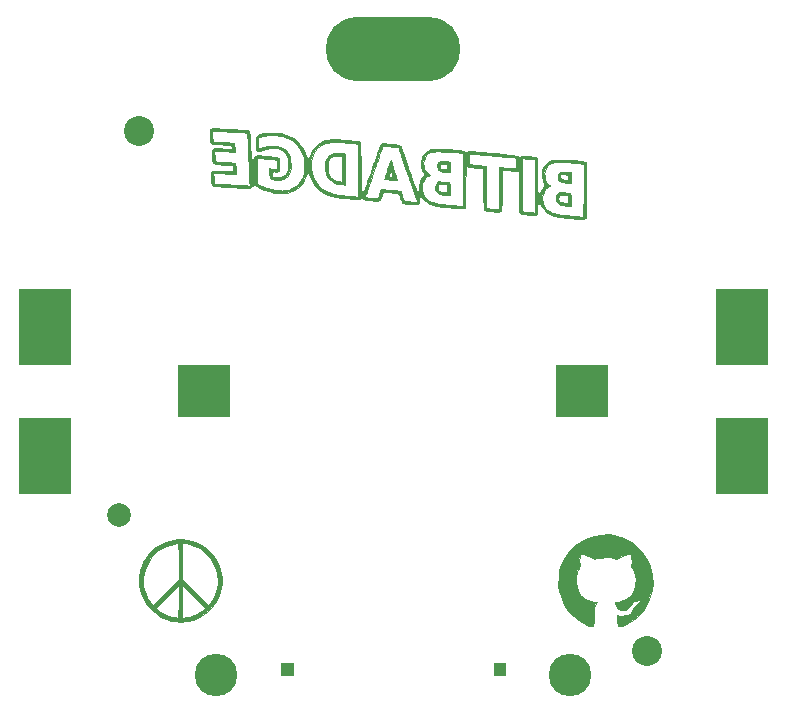
<source format=gbr>
G04 #@! TF.GenerationSoftware,KiCad,Pcbnew,5.1.5+dfsg1-2build2*
G04 #@! TF.CreationDate,2021-12-15T11:20:51+01:00*
G04 #@! TF.ProjectId,BitBadge,42697442-6164-4676-952e-6b696361645f,rev?*
G04 #@! TF.SameCoordinates,Original*
G04 #@! TF.FileFunction,Soldermask,Bot*
G04 #@! TF.FilePolarity,Negative*
%FSLAX46Y46*%
G04 Gerber Fmt 4.6, Leading zero omitted, Abs format (unit mm)*
G04 Created by KiCad (PCBNEW 5.1.5+dfsg1-2build2) date 2021-12-15 11:20:51*
%MOMM*%
%LPD*%
G04 APERTURE LIST*
%ADD10C,0.100000*%
%ADD11C,0.010000*%
%ADD12O,11.400000X5.400000*%
%ADD13C,1.300000*%
%ADD14R,4.400000X4.400000*%
%ADD15C,3.600000*%
%ADD16R,4.400000X6.400000*%
%ADD17C,2.000000*%
%ADD18C,2.540000*%
G04 APERTURE END LIST*
D10*
G36*
X91500000Y-124000000D02*
G01*
X90500000Y-124000000D01*
X90500000Y-123000000D01*
X91500000Y-123000000D01*
X91500000Y-124000000D01*
G37*
X91500000Y-124000000D02*
X90500000Y-124000000D01*
X90500000Y-123000000D01*
X91500000Y-123000000D01*
X91500000Y-124000000D01*
G36*
X109500000Y-124000000D02*
G01*
X108500000Y-124000000D01*
X108500000Y-123000000D01*
X109500000Y-123000000D01*
X109500000Y-124000000D01*
G37*
X109500000Y-124000000D02*
X108500000Y-124000000D01*
X108500000Y-123000000D01*
X109500000Y-123000000D01*
X109500000Y-124000000D01*
D11*
G36*
X81796806Y-112528185D02*
G01*
X81436151Y-112566363D01*
X81080362Y-112641550D01*
X80732617Y-112753746D01*
X80396094Y-112902951D01*
X80073970Y-113089165D01*
X79788084Y-113297189D01*
X79512542Y-113546887D01*
X79264945Y-113826314D01*
X79047791Y-114131365D01*
X78863580Y-114457935D01*
X78714811Y-114801920D01*
X78603984Y-115159215D01*
X78573555Y-115291752D01*
X78516155Y-115666471D01*
X78499307Y-116037703D01*
X78521395Y-116402972D01*
X78580801Y-116759799D01*
X78675908Y-117105703D01*
X78805099Y-117438208D01*
X78966755Y-117754834D01*
X79159260Y-118053102D01*
X79380995Y-118330535D01*
X79630345Y-118584652D01*
X79905690Y-118812975D01*
X80205415Y-119013026D01*
X80527901Y-119182326D01*
X80871531Y-119318396D01*
X81234687Y-119418758D01*
X81271684Y-119426666D01*
X81346758Y-119440161D01*
X81444835Y-119454753D01*
X81557197Y-119469489D01*
X81675129Y-119483415D01*
X81789912Y-119495578D01*
X81892830Y-119505023D01*
X81975165Y-119510798D01*
X82028200Y-119511950D01*
X82040116Y-119510721D01*
X82065288Y-119507876D01*
X82123275Y-119502498D01*
X82204691Y-119495433D01*
X82275167Y-119489560D01*
X82657006Y-119437625D01*
X83025033Y-119346252D01*
X83377197Y-119216667D01*
X83711446Y-119050100D01*
X84025728Y-118847778D01*
X84317992Y-118610930D01*
X84567026Y-118360083D01*
X84097518Y-118360083D01*
X84006551Y-118442094D01*
X83832196Y-118580835D01*
X83625413Y-118714485D01*
X83396104Y-118837964D01*
X83154176Y-118946193D01*
X82909531Y-119034092D01*
X82779353Y-119071428D01*
X82673401Y-119096190D01*
X82549585Y-119120979D01*
X82421909Y-119143375D01*
X82304380Y-119160955D01*
X82211003Y-119171298D01*
X82195792Y-119172323D01*
X82148167Y-119175000D01*
X82148167Y-117793961D01*
X81830667Y-117793961D01*
X81830407Y-118031471D01*
X81829655Y-118256065D01*
X81828456Y-118464235D01*
X81826854Y-118652473D01*
X81824894Y-118817271D01*
X81822620Y-118955120D01*
X81820077Y-119062512D01*
X81817309Y-119135939D01*
X81814360Y-119171892D01*
X81813185Y-119175000D01*
X81786112Y-119172194D01*
X81726718Y-119164615D01*
X81644581Y-119153517D01*
X81575060Y-119143814D01*
X81270335Y-119085378D01*
X80969747Y-118998248D01*
X80680658Y-118885648D01*
X80410435Y-118750803D01*
X80166441Y-118596938D01*
X79972283Y-118442094D01*
X79881316Y-118360083D01*
X80855992Y-117386502D01*
X81830667Y-116412922D01*
X81830667Y-117793961D01*
X82148167Y-117793961D01*
X82148167Y-116412922D01*
X83122843Y-117386502D01*
X84097518Y-118360083D01*
X84567026Y-118360083D01*
X84586186Y-118340784D01*
X84828258Y-118038568D01*
X84918393Y-117907332D01*
X85105461Y-117585023D01*
X85254026Y-117249357D01*
X85364580Y-116903455D01*
X85437616Y-116550435D01*
X85473627Y-116193419D01*
X85473250Y-115935796D01*
X85150074Y-115935796D01*
X85138413Y-116279278D01*
X85089166Y-116621386D01*
X85003833Y-116956836D01*
X84883915Y-117280343D01*
X84730911Y-117586620D01*
X84546322Y-117870383D01*
X84438197Y-118007471D01*
X84342929Y-118120526D01*
X83245548Y-117023298D01*
X82148167Y-115926069D01*
X82148167Y-114386117D01*
X82148167Y-114385966D01*
X81830667Y-114385966D01*
X81830667Y-115925765D01*
X79639917Y-118118673D01*
X79557906Y-118027711D01*
X79505148Y-117964376D01*
X79442345Y-117882017D01*
X79382180Y-117797328D01*
X79376264Y-117788583D01*
X79188456Y-117472710D01*
X79039514Y-117143153D01*
X78929771Y-116802904D01*
X78859559Y-116454952D01*
X78829211Y-116102290D01*
X78839060Y-115747907D01*
X78889438Y-115394795D01*
X78980678Y-115045944D01*
X79049798Y-114853429D01*
X79203366Y-114520865D01*
X79390229Y-114213065D01*
X79608155Y-113931778D01*
X79854911Y-113678751D01*
X80128262Y-113455731D01*
X80425976Y-113264466D01*
X80745820Y-113106704D01*
X81085560Y-112984192D01*
X81442962Y-112898678D01*
X81575060Y-112877352D01*
X81667828Y-112864462D01*
X81744917Y-112854167D01*
X81796747Y-112847721D01*
X81813185Y-112846166D01*
X81816036Y-112866779D01*
X81818743Y-112926403D01*
X81821267Y-113021714D01*
X81823571Y-113149392D01*
X81825618Y-113306113D01*
X81827369Y-113488554D01*
X81828787Y-113693394D01*
X81829834Y-113917310D01*
X81830473Y-114156979D01*
X81830667Y-114385966D01*
X82148167Y-114385966D01*
X82148401Y-114134988D01*
X82149078Y-113896588D01*
X82150160Y-113674240D01*
X82151610Y-113471266D01*
X82153389Y-113290989D01*
X82155460Y-113136732D01*
X82157785Y-113011815D01*
X82160327Y-112919562D01*
X82163048Y-112863295D01*
X82165649Y-112846166D01*
X82192722Y-112848971D01*
X82252117Y-112856550D01*
X82334253Y-112867649D01*
X82403774Y-112877352D01*
X82766930Y-112949149D01*
X83112304Y-113058209D01*
X83437864Y-113202499D01*
X83741578Y-113379987D01*
X84021413Y-113588641D01*
X84275338Y-113826429D01*
X84501321Y-114091319D01*
X84697330Y-114381278D01*
X84861331Y-114694276D01*
X84991294Y-115028278D01*
X85085186Y-115381254D01*
X85122648Y-115596226D01*
X85150074Y-115935796D01*
X85473250Y-115935796D01*
X85473103Y-115835526D01*
X85436539Y-115479875D01*
X85364426Y-115129587D01*
X85257257Y-114787781D01*
X85115524Y-114457576D01*
X84939720Y-114142094D01*
X84730337Y-113844453D01*
X84487867Y-113567773D01*
X84212803Y-113315175D01*
X84190750Y-113297189D01*
X83884999Y-113076304D01*
X83561871Y-112892428D01*
X83224545Y-112745562D01*
X82876198Y-112635704D01*
X82520007Y-112562855D01*
X82159151Y-112527016D01*
X81796806Y-112528185D01*
G37*
X81796806Y-112528185D02*
X81436151Y-112566363D01*
X81080362Y-112641550D01*
X80732617Y-112753746D01*
X80396094Y-112902951D01*
X80073970Y-113089165D01*
X79788084Y-113297189D01*
X79512542Y-113546887D01*
X79264945Y-113826314D01*
X79047791Y-114131365D01*
X78863580Y-114457935D01*
X78714811Y-114801920D01*
X78603984Y-115159215D01*
X78573555Y-115291752D01*
X78516155Y-115666471D01*
X78499307Y-116037703D01*
X78521395Y-116402972D01*
X78580801Y-116759799D01*
X78675908Y-117105703D01*
X78805099Y-117438208D01*
X78966755Y-117754834D01*
X79159260Y-118053102D01*
X79380995Y-118330535D01*
X79630345Y-118584652D01*
X79905690Y-118812975D01*
X80205415Y-119013026D01*
X80527901Y-119182326D01*
X80871531Y-119318396D01*
X81234687Y-119418758D01*
X81271684Y-119426666D01*
X81346758Y-119440161D01*
X81444835Y-119454753D01*
X81557197Y-119469489D01*
X81675129Y-119483415D01*
X81789912Y-119495578D01*
X81892830Y-119505023D01*
X81975165Y-119510798D01*
X82028200Y-119511950D01*
X82040116Y-119510721D01*
X82065288Y-119507876D01*
X82123275Y-119502498D01*
X82204691Y-119495433D01*
X82275167Y-119489560D01*
X82657006Y-119437625D01*
X83025033Y-119346252D01*
X83377197Y-119216667D01*
X83711446Y-119050100D01*
X84025728Y-118847778D01*
X84317992Y-118610930D01*
X84567026Y-118360083D01*
X84097518Y-118360083D01*
X84006551Y-118442094D01*
X83832196Y-118580835D01*
X83625413Y-118714485D01*
X83396104Y-118837964D01*
X83154176Y-118946193D01*
X82909531Y-119034092D01*
X82779353Y-119071428D01*
X82673401Y-119096190D01*
X82549585Y-119120979D01*
X82421909Y-119143375D01*
X82304380Y-119160955D01*
X82211003Y-119171298D01*
X82195792Y-119172323D01*
X82148167Y-119175000D01*
X82148167Y-117793961D01*
X81830667Y-117793961D01*
X81830407Y-118031471D01*
X81829655Y-118256065D01*
X81828456Y-118464235D01*
X81826854Y-118652473D01*
X81824894Y-118817271D01*
X81822620Y-118955120D01*
X81820077Y-119062512D01*
X81817309Y-119135939D01*
X81814360Y-119171892D01*
X81813185Y-119175000D01*
X81786112Y-119172194D01*
X81726718Y-119164615D01*
X81644581Y-119153517D01*
X81575060Y-119143814D01*
X81270335Y-119085378D01*
X80969747Y-118998248D01*
X80680658Y-118885648D01*
X80410435Y-118750803D01*
X80166441Y-118596938D01*
X79972283Y-118442094D01*
X79881316Y-118360083D01*
X80855992Y-117386502D01*
X81830667Y-116412922D01*
X81830667Y-117793961D01*
X82148167Y-117793961D01*
X82148167Y-116412922D01*
X83122843Y-117386502D01*
X84097518Y-118360083D01*
X84567026Y-118360083D01*
X84586186Y-118340784D01*
X84828258Y-118038568D01*
X84918393Y-117907332D01*
X85105461Y-117585023D01*
X85254026Y-117249357D01*
X85364580Y-116903455D01*
X85437616Y-116550435D01*
X85473627Y-116193419D01*
X85473250Y-115935796D01*
X85150074Y-115935796D01*
X85138413Y-116279278D01*
X85089166Y-116621386D01*
X85003833Y-116956836D01*
X84883915Y-117280343D01*
X84730911Y-117586620D01*
X84546322Y-117870383D01*
X84438197Y-118007471D01*
X84342929Y-118120526D01*
X83245548Y-117023298D01*
X82148167Y-115926069D01*
X82148167Y-114386117D01*
X82148167Y-114385966D01*
X81830667Y-114385966D01*
X81830667Y-115925765D01*
X79639917Y-118118673D01*
X79557906Y-118027711D01*
X79505148Y-117964376D01*
X79442345Y-117882017D01*
X79382180Y-117797328D01*
X79376264Y-117788583D01*
X79188456Y-117472710D01*
X79039514Y-117143153D01*
X78929771Y-116802904D01*
X78859559Y-116454952D01*
X78829211Y-116102290D01*
X78839060Y-115747907D01*
X78889438Y-115394795D01*
X78980678Y-115045944D01*
X79049798Y-114853429D01*
X79203366Y-114520865D01*
X79390229Y-114213065D01*
X79608155Y-113931778D01*
X79854911Y-113678751D01*
X80128262Y-113455731D01*
X80425976Y-113264466D01*
X80745820Y-113106704D01*
X81085560Y-112984192D01*
X81442962Y-112898678D01*
X81575060Y-112877352D01*
X81667828Y-112864462D01*
X81744917Y-112854167D01*
X81796747Y-112847721D01*
X81813185Y-112846166D01*
X81816036Y-112866779D01*
X81818743Y-112926403D01*
X81821267Y-113021714D01*
X81823571Y-113149392D01*
X81825618Y-113306113D01*
X81827369Y-113488554D01*
X81828787Y-113693394D01*
X81829834Y-113917310D01*
X81830473Y-114156979D01*
X81830667Y-114385966D01*
X82148167Y-114385966D01*
X82148401Y-114134988D01*
X82149078Y-113896588D01*
X82150160Y-113674240D01*
X82151610Y-113471266D01*
X82153389Y-113290989D01*
X82155460Y-113136732D01*
X82157785Y-113011815D01*
X82160327Y-112919562D01*
X82163048Y-112863295D01*
X82165649Y-112846166D01*
X82192722Y-112848971D01*
X82252117Y-112856550D01*
X82334253Y-112867649D01*
X82403774Y-112877352D01*
X82766930Y-112949149D01*
X83112304Y-113058209D01*
X83437864Y-113202499D01*
X83741578Y-113379987D01*
X84021413Y-113588641D01*
X84275338Y-113826429D01*
X84501321Y-114091319D01*
X84697330Y-114381278D01*
X84861331Y-114694276D01*
X84991294Y-115028278D01*
X85085186Y-115381254D01*
X85122648Y-115596226D01*
X85150074Y-115935796D01*
X85473250Y-115935796D01*
X85473103Y-115835526D01*
X85436539Y-115479875D01*
X85364426Y-115129587D01*
X85257257Y-114787781D01*
X85115524Y-114457576D01*
X84939720Y-114142094D01*
X84730337Y-113844453D01*
X84487867Y-113567773D01*
X84212803Y-113315175D01*
X84190750Y-113297189D01*
X83884999Y-113076304D01*
X83561871Y-112892428D01*
X83224545Y-112745562D01*
X82876198Y-112635704D01*
X82520007Y-112562855D01*
X82159151Y-112527016D01*
X81796806Y-112528185D01*
G36*
X84654061Y-77739910D02*
G01*
X84573574Y-77764746D01*
X84518905Y-77805527D01*
X84495592Y-77835411D01*
X84485284Y-77885476D01*
X84476731Y-77992676D01*
X84470798Y-78141475D01*
X84468353Y-78316340D01*
X84468339Y-78324122D01*
X84474880Y-78586760D01*
X84496194Y-78783739D01*
X84533710Y-78920839D01*
X84588856Y-79003841D01*
X84643893Y-79034429D01*
X84697412Y-79041623D01*
X84811424Y-79051678D01*
X84973844Y-79063707D01*
X85172584Y-79076825D01*
X85395561Y-79090144D01*
X85430730Y-79092126D01*
X85657871Y-79105400D01*
X85864073Y-79118534D01*
X86036853Y-79130647D01*
X86163728Y-79140856D01*
X86232214Y-79148281D01*
X86236347Y-79149031D01*
X86304161Y-79195241D01*
X86342996Y-79281023D01*
X86345382Y-79376528D01*
X86310606Y-79445711D01*
X86280906Y-79466259D01*
X86233375Y-79478814D01*
X86156461Y-79483646D01*
X86038611Y-79481025D01*
X85868272Y-79471223D01*
X85706524Y-79459862D01*
X85426731Y-79440173D01*
X85209907Y-79427235D01*
X85046627Y-79421407D01*
X84927469Y-79423051D01*
X84843006Y-79432528D01*
X84783815Y-79450200D01*
X84740471Y-79476427D01*
X84716784Y-79497779D01*
X84685586Y-79532829D01*
X84664829Y-79573130D01*
X84653216Y-79631953D01*
X84649452Y-79722575D01*
X84652241Y-79858267D01*
X84660287Y-80052304D01*
X84661033Y-80068848D01*
X84670254Y-80272429D01*
X84682721Y-80432726D01*
X84706435Y-80555307D01*
X84749394Y-80645740D01*
X84819599Y-80709595D01*
X84925050Y-80752440D01*
X85073745Y-80779843D01*
X85273685Y-80797374D01*
X85532869Y-80810601D01*
X85739599Y-80819648D01*
X85943334Y-80830671D01*
X86123041Y-80844131D01*
X86265514Y-80858746D01*
X86357546Y-80873232D01*
X86384592Y-80882364D01*
X86414825Y-80943668D01*
X86429016Y-81048008D01*
X86427618Y-81167642D01*
X86411081Y-81274827D01*
X86379858Y-81341819D01*
X86377078Y-81344333D01*
X86338737Y-81360802D01*
X86266531Y-81369389D01*
X86150828Y-81370165D01*
X85981994Y-81363197D01*
X85753698Y-81348783D01*
X85430710Y-81326874D01*
X85172919Y-81312546D01*
X84973007Y-81308555D01*
X84823656Y-81317653D01*
X84717548Y-81342596D01*
X84647365Y-81386139D01*
X84605790Y-81451035D01*
X84585505Y-81540039D01*
X84579191Y-81655906D01*
X84579448Y-81790772D01*
X84584698Y-82063176D01*
X84599287Y-82271518D01*
X84628749Y-82424310D01*
X84678619Y-82530068D01*
X84754433Y-82597303D01*
X84861723Y-82634530D01*
X85006026Y-82650262D01*
X85140029Y-82653071D01*
X85311139Y-82656363D01*
X85525482Y-82664605D01*
X85753884Y-82676499D01*
X85939456Y-82688669D01*
X86266369Y-82711693D01*
X86586771Y-82732407D01*
X86892019Y-82750405D01*
X87173468Y-82765280D01*
X87422476Y-82776626D01*
X87630399Y-82784036D01*
X87788592Y-82787104D01*
X87888413Y-82785421D01*
X87917470Y-82781730D01*
X87980398Y-82737318D01*
X88047905Y-82655421D01*
X88061343Y-82634011D01*
X88100197Y-82587750D01*
X87858612Y-82587750D01*
X87498605Y-82566309D01*
X87370038Y-82558949D01*
X87181568Y-82548564D01*
X86945872Y-82535834D01*
X86675628Y-82521436D01*
X86383515Y-82506048D01*
X86082209Y-82490351D01*
X85993963Y-82485787D01*
X85713674Y-82471182D01*
X85457844Y-82457584D01*
X85235191Y-82445478D01*
X85054429Y-82435349D01*
X84924274Y-82427681D01*
X84853441Y-82422958D01*
X84842944Y-82421825D01*
X84838522Y-82385904D01*
X84831081Y-82291413D01*
X84821626Y-82152345D01*
X84811165Y-81982693D01*
X84810242Y-81966976D01*
X84783922Y-81517010D01*
X85325352Y-81541051D01*
X85562540Y-81551909D01*
X85817644Y-81564125D01*
X86061359Y-81576267D01*
X86264383Y-81586902D01*
X86279537Y-81587729D01*
X86692293Y-81610366D01*
X86665896Y-81141878D01*
X86655307Y-80965806D01*
X86645164Y-80818181D01*
X86636518Y-80712951D01*
X86630422Y-80664066D01*
X86629738Y-80662388D01*
X86592070Y-80656669D01*
X86494101Y-80647871D01*
X86348092Y-80636932D01*
X86166308Y-80624790D01*
X86025354Y-80616139D01*
X85800736Y-80602529D01*
X85579114Y-80588578D01*
X85380526Y-80575582D01*
X85225014Y-80564840D01*
X85172392Y-80560929D01*
X84914055Y-80540966D01*
X84890776Y-80265572D01*
X84878944Y-80100990D01*
X84870563Y-79937409D01*
X84867496Y-79813973D01*
X84870243Y-79708448D01*
X84885912Y-79656579D01*
X84925648Y-79639368D01*
X84970869Y-79637768D01*
X85048852Y-79640178D01*
X85183811Y-79646765D01*
X85360230Y-79656562D01*
X85562591Y-79668602D01*
X85775377Y-79681917D01*
X85983071Y-79695542D01*
X86170157Y-79708509D01*
X86321118Y-79719852D01*
X86406837Y-79727241D01*
X86583516Y-79744322D01*
X86569519Y-79366198D01*
X86562041Y-79207883D01*
X86552875Y-79078357D01*
X86543342Y-78993696D01*
X86536926Y-78969477D01*
X86496801Y-78962418D01*
X86394634Y-78952901D01*
X86240988Y-78941665D01*
X86046425Y-78929452D01*
X85821508Y-78917000D01*
X85701998Y-78910967D01*
X85461564Y-78898683D01*
X85242151Y-78886476D01*
X85055346Y-78875071D01*
X84912735Y-78865192D01*
X84825906Y-78857565D01*
X84808085Y-78855053D01*
X84765645Y-78833610D01*
X84733980Y-78782843D01*
X84711065Y-78693092D01*
X84694874Y-78554694D01*
X84683383Y-78357986D01*
X84678899Y-78238769D01*
X84669224Y-77948068D01*
X85013639Y-77958342D01*
X85249962Y-77966487D01*
X85513774Y-77977451D01*
X85795761Y-77990668D01*
X86086608Y-78005575D01*
X86377002Y-78021606D01*
X86657627Y-78038196D01*
X86919170Y-78054780D01*
X87152317Y-78070794D01*
X87347752Y-78085673D01*
X87496161Y-78098851D01*
X87588231Y-78109764D01*
X87614670Y-78116092D01*
X87630727Y-78164403D01*
X87646118Y-78279932D01*
X87660368Y-78457221D01*
X87673002Y-78690814D01*
X87679958Y-78865560D01*
X87690579Y-79145279D01*
X87704773Y-79485297D01*
X87721961Y-79873356D01*
X87741567Y-80297201D01*
X87763011Y-80744572D01*
X87785715Y-81203213D01*
X87809103Y-81660866D01*
X87832597Y-82105275D01*
X87833451Y-82121128D01*
X87858612Y-82587750D01*
X88100197Y-82587750D01*
X88134337Y-82547103D01*
X88213530Y-82507780D01*
X88281403Y-82522455D01*
X88302093Y-82545897D01*
X88342093Y-82576037D01*
X88433722Y-82630205D01*
X88563249Y-82700655D01*
X88713036Y-82777685D01*
X89103582Y-82948548D01*
X89510868Y-83081125D01*
X89920918Y-83172946D01*
X90319754Y-83221541D01*
X90693400Y-83224438D01*
X91008555Y-83183419D01*
X91402569Y-83067808D01*
X91746203Y-82900656D01*
X92038549Y-82682733D01*
X92278698Y-82414807D01*
X92465741Y-82097648D01*
X92555487Y-81874129D01*
X92611719Y-81717987D01*
X92657083Y-81618970D01*
X92699110Y-81563894D01*
X92745329Y-81539576D01*
X92746752Y-81539210D01*
X92811105Y-81534037D01*
X92864433Y-81561311D01*
X92913870Y-81630785D01*
X92966555Y-81752211D01*
X93023985Y-81918056D01*
X93177025Y-82270364D01*
X93393853Y-82593952D01*
X93669311Y-82883087D01*
X93998239Y-83132034D01*
X94240712Y-83270824D01*
X94488001Y-83373258D01*
X94803206Y-83464390D01*
X95182332Y-83543411D01*
X95621381Y-83609509D01*
X96116356Y-83661874D01*
X96204835Y-83669275D01*
X96404455Y-83685535D01*
X96594826Y-83701326D01*
X96755560Y-83714937D01*
X96866266Y-83724661D01*
X96873759Y-83725350D01*
X97072859Y-83717085D01*
X97177645Y-83682298D01*
X97259125Y-83648251D01*
X97321461Y-83644364D01*
X97397230Y-83672937D01*
X97453499Y-83701780D01*
X97536707Y-83737140D01*
X97646027Y-83766580D01*
X97794184Y-83792485D01*
X97993907Y-83817241D01*
X98158649Y-83833965D01*
X98399868Y-83856311D01*
X98579852Y-83867621D01*
X98709740Y-83863483D01*
X98800671Y-83839481D01*
X98863782Y-83791203D01*
X98910213Y-83714234D01*
X98951101Y-83604160D01*
X98981504Y-83507889D01*
X99030603Y-83365470D01*
X99079950Y-83247312D01*
X99121078Y-83172959D01*
X99131685Y-83161131D01*
X99166095Y-83143712D01*
X99225053Y-83134171D01*
X99319360Y-83132505D01*
X99459818Y-83138710D01*
X99657226Y-83152784D01*
X99758797Y-83160966D01*
X99960678Y-83179034D01*
X100141760Y-83197947D01*
X100287431Y-83215974D01*
X100383080Y-83231384D01*
X100408711Y-83237978D01*
X100453895Y-83270506D01*
X100496565Y-83339657D01*
X100542860Y-83457777D01*
X100586572Y-83595623D01*
X100652019Y-83793350D01*
X100714545Y-83930340D01*
X100782130Y-84017707D01*
X100862752Y-84066569D01*
X100937668Y-84084792D01*
X101096567Y-84104308D01*
X101281671Y-84121461D01*
X101477939Y-84135527D01*
X101670326Y-84145781D01*
X101843791Y-84151501D01*
X101983291Y-84151962D01*
X102073783Y-84146441D01*
X102097218Y-84140590D01*
X102188806Y-84059472D01*
X102221379Y-83942622D01*
X102219536Y-83930176D01*
X102018855Y-83930176D01*
X101992932Y-83949165D01*
X101912298Y-83956939D01*
X101772657Y-83953396D01*
X101569713Y-83938431D01*
X101310272Y-83913111D01*
X100910558Y-83871101D01*
X100782282Y-83489556D01*
X100728815Y-83331213D01*
X100682951Y-83196666D01*
X100650176Y-83101928D01*
X100636932Y-83065224D01*
X100613824Y-83050346D01*
X100552775Y-83034489D01*
X100448729Y-83017052D01*
X100296633Y-82997430D01*
X100091430Y-82975021D01*
X99828065Y-82949222D01*
X99501485Y-82919431D01*
X99176387Y-82891033D01*
X98968396Y-82873129D01*
X98845306Y-83263102D01*
X98780551Y-83453884D01*
X98726577Y-83582826D01*
X98685094Y-83646093D01*
X98671751Y-83652158D01*
X98533589Y-83647350D01*
X98366997Y-83638099D01*
X98186863Y-83625664D01*
X98008072Y-83611308D01*
X97845509Y-83596293D01*
X97714061Y-83581879D01*
X97628613Y-83569330D01*
X97603451Y-83561612D01*
X97607072Y-83516278D01*
X97632742Y-83422786D01*
X97675097Y-83300283D01*
X97681097Y-83284409D01*
X97745274Y-83110106D01*
X97813508Y-82915478D01*
X97858474Y-82780972D01*
X97895348Y-82670688D01*
X97951865Y-82506228D01*
X98023068Y-82301800D01*
X98103998Y-82071612D01*
X98189698Y-81829873D01*
X98219837Y-81745350D01*
X98306166Y-81502893D01*
X98389672Y-81267029D01*
X98465356Y-81051971D01*
X98528224Y-80871934D01*
X98573278Y-80741132D01*
X98583876Y-80709728D01*
X98635221Y-80558443D01*
X98698029Y-80376975D01*
X98768155Y-80176904D01*
X98841451Y-79969814D01*
X98913773Y-79767286D01*
X98980975Y-79580901D01*
X99038910Y-79422244D01*
X99083432Y-79302894D01*
X99110396Y-79234436D01*
X99116158Y-79222739D01*
X99155207Y-79221746D01*
X99252399Y-79227565D01*
X99393666Y-79238804D01*
X99564942Y-79254067D01*
X99752159Y-79271961D01*
X99941249Y-79291092D01*
X100118146Y-79310064D01*
X100268782Y-79327485D01*
X100379089Y-79341960D01*
X100435001Y-79352094D01*
X100438873Y-79353827D01*
X100455935Y-79392665D01*
X100490153Y-79485889D01*
X100536263Y-79618754D01*
X100579900Y-79748891D01*
X100633272Y-79908020D01*
X100704309Y-80116406D01*
X100786392Y-80354810D01*
X100872900Y-80603993D01*
X100948072Y-80818741D01*
X101032424Y-81059791D01*
X101117737Y-81305645D01*
X101197544Y-81537518D01*
X101265376Y-81736622D01*
X101310924Y-81872532D01*
X101361733Y-82023849D01*
X101431332Y-82227724D01*
X101514179Y-82468235D01*
X101604731Y-82729458D01*
X101697446Y-82995472D01*
X101786781Y-83250354D01*
X101867193Y-83478182D01*
X101933139Y-83663032D01*
X101960794Y-83739404D01*
X101995515Y-83840837D01*
X102016263Y-83913709D01*
X102018855Y-83930176D01*
X102219536Y-83930176D01*
X102199430Y-83794447D01*
X102174849Y-83684579D01*
X102179109Y-83617051D01*
X102200339Y-83580646D01*
X102258469Y-83542826D01*
X102333624Y-83526938D01*
X102396546Y-83535238D01*
X102418569Y-83563814D01*
X102446906Y-83623110D01*
X102522600Y-83709476D01*
X102631677Y-83810992D01*
X102760163Y-83915736D01*
X102894085Y-84011791D01*
X103019466Y-84087235D01*
X103050226Y-84102612D01*
X103195000Y-84167316D01*
X103338761Y-84222395D01*
X103490059Y-84269265D01*
X103657446Y-84309343D01*
X103849472Y-84344045D01*
X104074691Y-84374789D01*
X104341652Y-84402989D01*
X104658907Y-84430064D01*
X105035007Y-84457429D01*
X105297855Y-84474926D01*
X105536894Y-84490036D01*
X105714183Y-84499649D01*
X105840466Y-84503451D01*
X105926483Y-84501130D01*
X105982976Y-84492370D01*
X106020686Y-84476860D01*
X106050355Y-84454286D01*
X106051861Y-84452929D01*
X106068973Y-84435444D01*
X106083185Y-84412466D01*
X106094766Y-84377578D01*
X106103987Y-84324362D01*
X106111114Y-84246399D01*
X106116418Y-84137270D01*
X106120167Y-83990559D01*
X106122630Y-83799846D01*
X106122905Y-83753895D01*
X105937658Y-83753895D01*
X105937335Y-83964735D01*
X105936173Y-84125856D01*
X105934100Y-84229608D01*
X105931310Y-84267865D01*
X105925973Y-84284419D01*
X105919225Y-84297593D01*
X105904090Y-84307029D01*
X105873596Y-84312373D01*
X105820769Y-84313269D01*
X105738634Y-84309361D01*
X105620217Y-84300294D01*
X105458546Y-84285712D01*
X105246645Y-84265258D01*
X104977542Y-84238578D01*
X104644261Y-84205315D01*
X104580658Y-84198974D01*
X104196219Y-84157455D01*
X103875626Y-84114556D01*
X103610065Y-84067410D01*
X103390723Y-84013150D01*
X103208785Y-83948909D01*
X103055438Y-83871822D01*
X102921869Y-83779021D01*
X102799262Y-83667639D01*
X102734207Y-83598421D01*
X102619394Y-83447804D01*
X102529865Y-83287390D01*
X102504968Y-83225027D01*
X102463249Y-83041496D01*
X102442319Y-82818562D01*
X102442777Y-82586634D01*
X102465219Y-82376121D01*
X102486457Y-82282851D01*
X102573392Y-82092363D01*
X102710629Y-81914517D01*
X102876960Y-81774922D01*
X102934758Y-81741543D01*
X103079762Y-81667568D01*
X102929401Y-81538865D01*
X102764198Y-81356180D01*
X102649942Y-81143006D01*
X102585180Y-80910792D01*
X102568461Y-80670983D01*
X102598333Y-80435029D01*
X102673345Y-80214375D01*
X102792046Y-80020469D01*
X102952984Y-79864760D01*
X103154707Y-79758693D01*
X103155138Y-79758543D01*
X103243082Y-79732471D01*
X103342260Y-79714184D01*
X103466711Y-79702552D01*
X103630479Y-79696443D01*
X103847605Y-79694728D01*
X103944750Y-79694983D01*
X104110368Y-79697965D01*
X104312074Y-79705104D01*
X104538577Y-79715634D01*
X104778588Y-79728790D01*
X105020818Y-79743807D01*
X105253976Y-79759921D01*
X105466774Y-79776367D01*
X105647923Y-79792381D01*
X105786132Y-79807196D01*
X105870112Y-79820049D01*
X105890071Y-79826771D01*
X105893816Y-79865442D01*
X105897787Y-79969137D01*
X105901912Y-80130208D01*
X105906122Y-80341004D01*
X105910345Y-80593877D01*
X105914509Y-80881177D01*
X105918545Y-81195254D01*
X105922380Y-81528458D01*
X105925945Y-81873141D01*
X105929167Y-82221651D01*
X105931975Y-82566341D01*
X105934300Y-82899560D01*
X105936069Y-83213658D01*
X105937212Y-83500986D01*
X105937658Y-83753895D01*
X106122905Y-83753895D01*
X106124076Y-83558713D01*
X106124774Y-83260742D01*
X106124993Y-82899515D01*
X106125007Y-82707115D01*
X106124942Y-82298327D01*
X106125290Y-81956491D01*
X106126864Y-81675885D01*
X106130478Y-81450786D01*
X106136946Y-81275471D01*
X106147079Y-81144220D01*
X106161694Y-81051308D01*
X106181601Y-80991015D01*
X106207617Y-80957617D01*
X106240552Y-80945392D01*
X106281222Y-80948618D01*
X106330440Y-80961573D01*
X106371439Y-80973659D01*
X106457471Y-80991064D01*
X106598022Y-81011610D01*
X106775141Y-81032979D01*
X106970877Y-81052850D01*
X107015279Y-81056845D01*
X107202242Y-81075198D01*
X107364404Y-81094776D01*
X107487379Y-81113567D01*
X107556786Y-81129562D01*
X107565241Y-81133690D01*
X107576368Y-81169325D01*
X107586667Y-81259955D01*
X107596243Y-81408293D01*
X107605204Y-81617051D01*
X107613657Y-81888941D01*
X107621706Y-82226677D01*
X107629460Y-82632969D01*
X107633395Y-82871289D01*
X107639608Y-83280359D01*
X107644988Y-83622842D01*
X107650688Y-83904797D01*
X107657862Y-84132284D01*
X107667662Y-84311364D01*
X107681242Y-84448096D01*
X107699754Y-84548540D01*
X107724352Y-84618757D01*
X107756189Y-84664807D01*
X107796418Y-84692749D01*
X107846193Y-84708645D01*
X107906666Y-84718553D01*
X107978990Y-84728535D01*
X107987036Y-84729789D01*
X108103316Y-84744415D01*
X108267852Y-84760177D01*
X108456300Y-84774917D01*
X108598880Y-84784015D01*
X108729858Y-84793484D01*
X108839579Y-84801888D01*
X108929911Y-84803460D01*
X109002721Y-84792430D01*
X109059875Y-84763032D01*
X109103240Y-84709497D01*
X109134682Y-84626058D01*
X109156069Y-84506946D01*
X109169267Y-84346394D01*
X109176144Y-84138633D01*
X109178565Y-83877896D01*
X109178397Y-83558415D01*
X109177507Y-83174421D01*
X109177368Y-82996596D01*
X109177618Y-82602953D01*
X109178507Y-82275789D01*
X109180236Y-82008909D01*
X109183011Y-81796120D01*
X109187034Y-81631225D01*
X109192509Y-81508030D01*
X109199641Y-81420340D01*
X109208633Y-81361961D01*
X109219688Y-81326698D01*
X109232889Y-81308456D01*
X109280983Y-81287000D01*
X109366335Y-81278158D01*
X109501543Y-81281402D01*
X109641688Y-81291321D01*
X109841453Y-81305687D01*
X110058023Y-81318120D01*
X110252119Y-81326433D01*
X110295542Y-81327687D01*
X110437295Y-81334117D01*
X110550144Y-81344697D01*
X110615132Y-81357465D01*
X110622581Y-81361545D01*
X110628120Y-81402153D01*
X110633676Y-81508206D01*
X110639097Y-81672474D01*
X110644233Y-81887726D01*
X110648933Y-82146733D01*
X110653047Y-82442263D01*
X110656423Y-82767087D01*
X110658844Y-83101822D01*
X110668646Y-84815663D01*
X110749688Y-84896078D01*
X110788529Y-84927384D01*
X110841719Y-84952343D01*
X110920977Y-84973407D01*
X111038022Y-84993030D01*
X111204572Y-85013664D01*
X111421217Y-85036630D01*
X111642527Y-85058601D01*
X111803625Y-85072492D01*
X111916521Y-85078316D01*
X111993225Y-85076082D01*
X112045749Y-85065802D01*
X112086103Y-85047486D01*
X112102547Y-85037246D01*
X112143879Y-85006208D01*
X112170302Y-84968123D01*
X112185142Y-84907463D01*
X112191721Y-84808702D01*
X112193362Y-84656312D01*
X112193390Y-84612796D01*
X112197724Y-84405867D01*
X112212822Y-84261533D01*
X112241829Y-84170117D01*
X112287892Y-84121939D01*
X112354154Y-84107320D01*
X112357665Y-84107296D01*
X112414801Y-84120255D01*
X112466649Y-84168406D01*
X112526172Y-84265657D01*
X112552417Y-84316237D01*
X112736148Y-84601757D01*
X112972303Y-84837915D01*
X113258052Y-85022559D01*
X113590563Y-85153536D01*
X113686980Y-85179175D01*
X113769086Y-85194075D01*
X113911788Y-85214785D01*
X114103355Y-85239985D01*
X114332060Y-85268353D01*
X114586173Y-85298570D01*
X114853965Y-85329315D01*
X115123706Y-85359267D01*
X115383668Y-85387105D01*
X115622121Y-85411510D01*
X115827337Y-85431160D01*
X115987585Y-85444734D01*
X116091138Y-85450913D01*
X116102435Y-85451135D01*
X116180646Y-85426100D01*
X116253505Y-85370028D01*
X116269012Y-85351732D01*
X116282325Y-85329219D01*
X116293688Y-85296952D01*
X116303343Y-85249393D01*
X116311533Y-85181003D01*
X116318503Y-85086246D01*
X116324494Y-84959582D01*
X116329750Y-84795474D01*
X116334515Y-84588384D01*
X116339031Y-84332774D01*
X116343542Y-84023106D01*
X116348291Y-83653842D01*
X116353521Y-83219445D01*
X116355574Y-83045584D01*
X116361140Y-82567395D01*
X116365512Y-82156575D01*
X116368349Y-81807824D01*
X116369177Y-81557262D01*
X116133825Y-81557262D01*
X116133463Y-81865764D01*
X116132231Y-82209124D01*
X116130119Y-82581039D01*
X116127117Y-82975209D01*
X116126810Y-83010771D01*
X116107362Y-85239139D01*
X115940004Y-85217379D01*
X115858339Y-85208084D01*
X115716155Y-85193321D01*
X115525307Y-85174262D01*
X115297649Y-85152076D01*
X115045033Y-85127934D01*
X114827868Y-85107527D01*
X114476836Y-85073099D01*
X114188378Y-85040199D01*
X113952494Y-85006525D01*
X113759186Y-84969778D01*
X113598454Y-84927658D01*
X113460297Y-84877863D01*
X113334717Y-84818093D01*
X113211712Y-84746049D01*
X113186503Y-84729941D01*
X112973299Y-84551194D01*
X112801909Y-84324371D01*
X112685599Y-84068226D01*
X112664100Y-83991283D01*
X112633543Y-83771039D01*
X112636591Y-83530598D01*
X112670720Y-83297617D01*
X112733404Y-83099756D01*
X112748341Y-83068402D01*
X112848311Y-82911009D01*
X112971386Y-82773639D01*
X113100005Y-82673506D01*
X113193342Y-82632208D01*
X113260901Y-82608893D01*
X113283519Y-82590842D01*
X113258443Y-82558770D01*
X113193419Y-82494738D01*
X113122170Y-82430084D01*
X112967460Y-82251494D01*
X112866520Y-82032890D01*
X112817156Y-81768547D01*
X112811130Y-81618168D01*
X112834320Y-81330476D01*
X112905962Y-81093458D01*
X113029169Y-80903795D01*
X113207050Y-80758165D01*
X113442717Y-80653250D01*
X113739280Y-80585728D01*
X113784527Y-80579245D01*
X113883384Y-80568260D01*
X113988095Y-80562370D01*
X114109089Y-80562039D01*
X114256797Y-80567731D01*
X114441648Y-80579911D01*
X114674073Y-80599042D01*
X114964502Y-80625588D01*
X115086596Y-80637176D01*
X115350385Y-80663142D01*
X115590240Y-80688199D01*
X115796721Y-80711244D01*
X115960387Y-80731175D01*
X116071800Y-80746890D01*
X116121520Y-80757285D01*
X116122971Y-80758201D01*
X116126795Y-80797880D01*
X116129803Y-80903928D01*
X116131984Y-81070042D01*
X116133328Y-81289921D01*
X116133825Y-81557262D01*
X116369177Y-81557262D01*
X116369315Y-81515839D01*
X116368072Y-81275320D01*
X116364281Y-81080967D01*
X116357606Y-80927476D01*
X116347707Y-80809549D01*
X116334247Y-80721883D01*
X116316889Y-80659178D01*
X116295294Y-80616132D01*
X116269125Y-80587444D01*
X116238043Y-80567814D01*
X116201710Y-80551940D01*
X116196496Y-80549840D01*
X116104011Y-80525610D01*
X115950925Y-80500376D01*
X115749286Y-80475128D01*
X115511141Y-80450858D01*
X115248536Y-80428558D01*
X114973520Y-80409217D01*
X114698140Y-80393829D01*
X114434442Y-80383382D01*
X114194475Y-80378870D01*
X114118501Y-80378875D01*
X113481808Y-80382689D01*
X113241224Y-80501138D01*
X113001180Y-80648962D01*
X112820805Y-80830147D01*
X112691078Y-81054320D01*
X112667156Y-81113772D01*
X112609481Y-81344202D01*
X112590695Y-81604455D01*
X112609750Y-81868182D01*
X112665598Y-82109036D01*
X112711202Y-82221361D01*
X112778615Y-82374690D01*
X112803935Y-82491220D01*
X112786158Y-82594098D01*
X112724280Y-82706468D01*
X112687925Y-82757935D01*
X112606365Y-82880272D01*
X112535198Y-83005249D01*
X112508091Y-83062589D01*
X112457974Y-83155830D01*
X112400047Y-83194536D01*
X112360042Y-83198855D01*
X112271038Y-83171300D01*
X112231007Y-83128569D01*
X112220335Y-83071331D01*
X112211290Y-82944443D01*
X112203951Y-82750911D01*
X112200574Y-82594522D01*
X112011702Y-82594522D01*
X112011702Y-82617453D01*
X112011275Y-83014631D01*
X112010044Y-83389452D01*
X112008083Y-83735741D01*
X112005467Y-84047324D01*
X112002271Y-84318025D01*
X111998570Y-84541672D01*
X111994438Y-84712088D01*
X111989950Y-84823100D01*
X111985181Y-84868533D01*
X111984449Y-84869310D01*
X111940236Y-84865362D01*
X111837573Y-84855260D01*
X111690296Y-84840393D01*
X111512239Y-84822148D01*
X111448469Y-84815559D01*
X111263230Y-84796518D01*
X111104162Y-84780431D01*
X110985099Y-84768677D01*
X110919874Y-84762634D01*
X110912489Y-84762128D01*
X110907683Y-84726685D01*
X110903147Y-84624749D01*
X110898956Y-84462503D01*
X110895185Y-84246129D01*
X110891909Y-83981810D01*
X110889202Y-83675728D01*
X110887139Y-83334066D01*
X110885795Y-82963006D01*
X110885245Y-82568730D01*
X110885236Y-82509349D01*
X110885236Y-80257324D01*
X110985164Y-80274095D01*
X111065568Y-80284781D01*
X111196089Y-80299208D01*
X111357488Y-80315564D01*
X111530522Y-80332036D01*
X111695951Y-80346812D01*
X111834533Y-80358081D01*
X111927026Y-80364030D01*
X111945338Y-80364520D01*
X111958906Y-80367091D01*
X111970490Y-80378346D01*
X111980246Y-80403596D01*
X111988331Y-80448154D01*
X111994901Y-80517332D01*
X112000113Y-80616442D01*
X112004122Y-80750796D01*
X112007086Y-80925706D01*
X112009161Y-81146484D01*
X112010504Y-81418443D01*
X112011271Y-81746894D01*
X112011618Y-82137149D01*
X112011702Y-82594522D01*
X112200574Y-82594522D01*
X112198397Y-82493745D01*
X112194708Y-82175952D01*
X112192964Y-81800540D01*
X112192834Y-81684148D01*
X112192024Y-81374223D01*
X112189958Y-81086645D01*
X112186795Y-80829636D01*
X112182692Y-80611416D01*
X112177808Y-80440205D01*
X112172303Y-80324226D01*
X112166333Y-80271699D01*
X112165581Y-80270032D01*
X112123892Y-80227422D01*
X110376509Y-80227422D01*
X110376509Y-80677516D01*
X110374485Y-80877965D01*
X110367859Y-81014054D01*
X110355801Y-81094002D01*
X110337483Y-81126025D01*
X110331087Y-81127522D01*
X110260163Y-81124497D01*
X110133698Y-81116443D01*
X109968548Y-81104678D01*
X109781569Y-81090520D01*
X109589618Y-81075284D01*
X109409550Y-81060288D01*
X109258224Y-81046849D01*
X109152493Y-81036283D01*
X109131946Y-81033840D01*
X108959342Y-81011778D01*
X108959342Y-84599606D01*
X108420028Y-84548014D01*
X107880714Y-84496423D01*
X107856859Y-83384334D01*
X107850512Y-83064108D01*
X107844795Y-82729014D01*
X107839945Y-82396632D01*
X107836195Y-82084544D01*
X107833782Y-81810329D01*
X107832939Y-81595597D01*
X107832875Y-80918948D01*
X107660272Y-80897505D01*
X107559896Y-80886413D01*
X107406284Y-80871104D01*
X107218621Y-80853421D01*
X107016091Y-80835207D01*
X106969857Y-80831174D01*
X106452046Y-80786286D01*
X106451646Y-80493643D01*
X106449046Y-80335813D01*
X106442554Y-80189535D01*
X106433498Y-80083447D01*
X106432159Y-80073819D01*
X106426812Y-79977449D01*
X106439083Y-79910858D01*
X106441644Y-79906614D01*
X106475095Y-79896250D01*
X106558223Y-79893555D01*
X106695420Y-79898782D01*
X106891074Y-79912184D01*
X107149575Y-79934014D01*
X107475315Y-79964524D01*
X107516311Y-79968505D01*
X107835656Y-79998969D01*
X108177703Y-80030472D01*
X108522361Y-80061240D01*
X108849540Y-80089501D01*
X109139147Y-80113481D01*
X109315023Y-80127244D01*
X109552159Y-80145628D01*
X109774238Y-80163734D01*
X109967498Y-80180371D01*
X110118174Y-80194348D01*
X110212504Y-80204474D01*
X110222074Y-80205744D01*
X110376509Y-80227422D01*
X112123892Y-80227422D01*
X112123426Y-80226946D01*
X112054167Y-80191755D01*
X111947763Y-80162019D01*
X111794174Y-80135293D01*
X111583361Y-80109136D01*
X111444425Y-80094612D01*
X111230173Y-80074097D01*
X111075035Y-80062221D01*
X110965965Y-80058965D01*
X110889920Y-80064305D01*
X110833857Y-80078220D01*
X110798538Y-80093537D01*
X110709868Y-80132703D01*
X110639902Y-80141558D01*
X110559076Y-80118591D01*
X110467353Y-80076591D01*
X110420857Y-80058860D01*
X110352149Y-80041225D01*
X110255308Y-80022956D01*
X110124410Y-80003324D01*
X109953532Y-79981600D01*
X109736753Y-79957053D01*
X109468148Y-79928954D01*
X109141796Y-79896574D01*
X108751774Y-79859182D01*
X108541459Y-79839358D01*
X108081666Y-79796536D01*
X107689014Y-79760810D01*
X107358348Y-79731880D01*
X107084511Y-79709446D01*
X106862347Y-79693208D01*
X106686699Y-79682867D01*
X106552412Y-79678122D01*
X106454329Y-79678673D01*
X106387295Y-79684222D01*
X106346151Y-79694467D01*
X106325744Y-79709110D01*
X106324864Y-79710443D01*
X106266675Y-79742839D01*
X106172155Y-79739960D01*
X106066951Y-79704479D01*
X106023607Y-79679037D01*
X105952677Y-79652596D01*
X105820243Y-79624141D01*
X105637414Y-79594683D01*
X105415299Y-79565232D01*
X105165005Y-79536800D01*
X104897642Y-79510396D01*
X104624318Y-79487030D01*
X104356142Y-79467715D01*
X104104222Y-79453460D01*
X103879667Y-79445275D01*
X103693585Y-79444172D01*
X103557086Y-79451161D01*
X103540346Y-79453129D01*
X103208965Y-79520842D01*
X102935044Y-79630519D01*
X102715310Y-79784205D01*
X102546492Y-79983948D01*
X102470316Y-80122356D01*
X102430192Y-80218161D01*
X102404424Y-80311593D01*
X102389995Y-80422944D01*
X102383885Y-80572503D01*
X102382942Y-80709728D01*
X102385065Y-80898024D01*
X102393434Y-81033961D01*
X102411045Y-81137781D01*
X102440895Y-81229727D01*
X102469696Y-81295762D01*
X102524220Y-81402632D01*
X102572956Y-81480949D01*
X102596523Y-81506847D01*
X102634130Y-81564595D01*
X102609424Y-81654300D01*
X102524251Y-81775047D01*
X102376920Y-81999185D01*
X102275038Y-82268972D01*
X102216447Y-82590746D01*
X102206318Y-82708297D01*
X102194704Y-82873238D01*
X102183215Y-82979271D01*
X102167558Y-83040032D01*
X102143437Y-83069153D01*
X102106558Y-83080269D01*
X102088420Y-83082595D01*
X102004247Y-83074268D01*
X101958162Y-83046257D01*
X101938625Y-83002197D01*
X101898668Y-82897111D01*
X101841079Y-82738843D01*
X101768645Y-82535237D01*
X101684153Y-82294139D01*
X101590392Y-82023392D01*
X101490148Y-81730841D01*
X101476522Y-81690844D01*
X101369546Y-81377496D01*
X101263623Y-81068874D01*
X101162511Y-80775816D01*
X101069971Y-80509160D01*
X100989763Y-80279743D01*
X100925647Y-80098402D01*
X100884248Y-79983733D01*
X100820892Y-79807301D01*
X100763237Y-79638817D01*
X100718462Y-79499714D01*
X100696752Y-79424033D01*
X100668172Y-79329480D01*
X100629774Y-79256011D01*
X100572026Y-79199675D01*
X100485397Y-79156525D01*
X100360356Y-79122611D01*
X100187370Y-79093984D01*
X99956908Y-79066695D01*
X99793976Y-79050007D01*
X99534740Y-79025715D01*
X99338464Y-79011064D01*
X99196115Y-79005745D01*
X99098661Y-79009447D01*
X99037071Y-79021862D01*
X99031656Y-79023925D01*
X98989571Y-79044335D01*
X98954718Y-79074397D01*
X98921516Y-79125326D01*
X98884383Y-79208334D01*
X98837740Y-79334634D01*
X98776005Y-79515441D01*
X98753281Y-79583261D01*
X98719458Y-79682126D01*
X98665897Y-79835921D01*
X98597342Y-80031151D01*
X98518539Y-80254318D01*
X98434232Y-80491927D01*
X98401972Y-80582546D01*
X98319557Y-80814921D01*
X98243545Y-81031305D01*
X98178014Y-81219926D01*
X98127040Y-81369012D01*
X98094703Y-81466789D01*
X98087297Y-81490987D01*
X98060372Y-81575216D01*
X98014432Y-81708641D01*
X97956074Y-81872446D01*
X97896252Y-82036051D01*
X97825789Y-82228945D01*
X97755356Y-82426254D01*
X97694143Y-82602006D01*
X97658422Y-82708297D01*
X97603947Y-82866951D01*
X97559348Y-82968169D01*
X97515184Y-83024575D01*
X97462012Y-83048793D01*
X97400220Y-83053505D01*
X97317427Y-83037235D01*
X97280631Y-82978914D01*
X97278985Y-82971745D01*
X97275419Y-82920631D01*
X97271567Y-82803872D01*
X97267540Y-82628497D01*
X97263447Y-82401535D01*
X97259399Y-82130015D01*
X97255506Y-81820966D01*
X97251877Y-81481417D01*
X97251656Y-81456744D01*
X97048418Y-81456744D01*
X97048288Y-81801992D01*
X97047398Y-82136031D01*
X97045736Y-82451300D01*
X97043288Y-82740237D01*
X97040044Y-82995281D01*
X97035990Y-83208872D01*
X97031114Y-83373447D01*
X97025404Y-83481446D01*
X97018847Y-83525307D01*
X97017943Y-83525904D01*
X96971553Y-83522275D01*
X96863516Y-83512098D01*
X96704460Y-83496428D01*
X96505014Y-83476321D01*
X96275807Y-83452833D01*
X96127671Y-83437479D01*
X95697961Y-83389593D01*
X95332305Y-83340723D01*
X95022109Y-83287976D01*
X94758777Y-83228458D01*
X94533715Y-83159275D01*
X94338327Y-83077534D01*
X94164017Y-82980340D01*
X94002191Y-82864800D01*
X93844253Y-82728021D01*
X93750342Y-82637115D01*
X93522559Y-82382770D01*
X93346871Y-82121595D01*
X93216969Y-81839139D01*
X93126546Y-81520950D01*
X93069294Y-81152575D01*
X93063453Y-81092663D01*
X92491890Y-81092663D01*
X92442592Y-81479345D01*
X92340595Y-81834366D01*
X92187437Y-82149930D01*
X92004301Y-82396889D01*
X91751773Y-82631716D01*
X91468850Y-82807041D01*
X91147190Y-82926969D01*
X90790529Y-82994225D01*
X90626888Y-83001793D01*
X90414525Y-82994970D01*
X90175567Y-82975547D01*
X89932144Y-82945313D01*
X89710242Y-82906849D01*
X89299072Y-82794364D01*
X88884309Y-82627730D01*
X88664778Y-82516710D01*
X88483090Y-82417409D01*
X88464921Y-81345543D01*
X88460916Y-81073453D01*
X88458423Y-80825188D01*
X88457443Y-80609969D01*
X88457976Y-80437018D01*
X88460022Y-80315558D01*
X88463580Y-80254810D01*
X88464921Y-80249831D01*
X88502437Y-80248746D01*
X88599964Y-80253715D01*
X88745190Y-80263666D01*
X88925803Y-80277527D01*
X89129488Y-80294227D01*
X89343933Y-80312693D01*
X89556825Y-80331855D01*
X89755850Y-80350641D01*
X89928696Y-80367979D01*
X90063050Y-80382797D01*
X90146598Y-80394024D01*
X90164935Y-80397791D01*
X90168231Y-80432942D01*
X90169178Y-80525747D01*
X90167777Y-80661223D01*
X90164935Y-80791424D01*
X90154621Y-81181990D01*
X90009270Y-81172250D01*
X89878252Y-81161352D01*
X89730077Y-81146142D01*
X89690132Y-81141487D01*
X89516344Y-81120465D01*
X89526613Y-81547412D01*
X89536881Y-81974359D01*
X89682232Y-82028738D01*
X89810645Y-82059289D01*
X89997870Y-82079196D01*
X90209127Y-82086837D01*
X90384280Y-82087146D01*
X90507469Y-82081521D01*
X90599372Y-82066216D01*
X90680665Y-82037486D01*
X90772028Y-81991587D01*
X90790529Y-81981545D01*
X90999051Y-81828798D01*
X91157238Y-81625132D01*
X91265431Y-81369818D01*
X91323972Y-81062130D01*
X91335594Y-80819780D01*
X91308087Y-80437899D01*
X91226631Y-80104302D01*
X91092818Y-79820406D01*
X90908244Y-79587629D01*
X90674503Y-79407386D01*
X90393188Y-79281096D01*
X90065895Y-79210175D01*
X89694217Y-79196040D01*
X89521897Y-79207701D01*
X89334877Y-79235340D01*
X89131745Y-79279976D01*
X88964978Y-79329188D01*
X88829803Y-79376779D01*
X88716095Y-79416573D01*
X88645818Y-79440886D01*
X88640646Y-79442634D01*
X88615096Y-79444084D01*
X88597074Y-79421020D01*
X88584686Y-79362463D01*
X88576035Y-79257437D01*
X88569226Y-79094963D01*
X88566681Y-79014366D01*
X88563667Y-78803720D01*
X88568472Y-78645628D01*
X88580715Y-78547713D01*
X88591432Y-78521064D01*
X88642721Y-78491196D01*
X88745107Y-78451473D01*
X88879074Y-78409217D01*
X88919761Y-78397882D01*
X89052034Y-78365626D01*
X89181058Y-78343469D01*
X89325076Y-78329772D01*
X89502331Y-78322900D01*
X89731064Y-78321215D01*
X89773076Y-78321316D01*
X90095553Y-78328776D01*
X90365464Y-78351615D01*
X90602055Y-78394057D01*
X90824574Y-78460332D01*
X91052269Y-78554665D01*
X91226829Y-78640580D01*
X91407140Y-78740758D01*
X91554249Y-78842325D01*
X91694893Y-78965745D01*
X91824498Y-79097974D01*
X92058948Y-79379717D01*
X92233171Y-79668851D01*
X92358264Y-79986720D01*
X92426248Y-80255508D01*
X92486955Y-80682118D01*
X92491890Y-81092663D01*
X93063453Y-81092663D01*
X93059774Y-81054935D01*
X93056283Y-80797462D01*
X93084020Y-80513166D01*
X93138280Y-80230203D01*
X93214357Y-79976732D01*
X93257169Y-79873962D01*
X93395222Y-79640727D01*
X93578796Y-79417962D01*
X93785453Y-79231360D01*
X93870052Y-79172281D01*
X94045505Y-79074116D01*
X94233764Y-78997541D01*
X94443088Y-78941726D01*
X94681735Y-78905840D01*
X94957963Y-78889055D01*
X95280030Y-78890539D01*
X95656193Y-78909464D01*
X96094712Y-78944999D01*
X96113991Y-78946785D01*
X96358325Y-78970346D01*
X96578270Y-78993157D01*
X96763581Y-79014023D01*
X96904010Y-79031752D01*
X96989310Y-79045150D01*
X97010631Y-79051212D01*
X97017423Y-79092688D01*
X97023578Y-79198566D01*
X97029084Y-79361285D01*
X97033928Y-79573285D01*
X97038099Y-79827004D01*
X97041584Y-80114881D01*
X97044371Y-80429355D01*
X97046447Y-80762864D01*
X97047801Y-81107847D01*
X97048418Y-81456744D01*
X97251656Y-81456744D01*
X97248622Y-81118397D01*
X97247285Y-80945922D01*
X97244083Y-80575327D01*
X97240159Y-80225653D01*
X97235651Y-79903831D01*
X97230700Y-79616788D01*
X97225445Y-79371453D01*
X97220027Y-79174756D01*
X97214585Y-79033624D01*
X97209258Y-78954987D01*
X97206838Y-78941596D01*
X97182779Y-78904891D01*
X97139949Y-78873897D01*
X97070231Y-78846934D01*
X96965502Y-78822320D01*
X96817644Y-78798377D01*
X96618536Y-78773424D01*
X96360058Y-78745780D01*
X96168498Y-78726755D01*
X95726181Y-78688314D01*
X95345750Y-78666454D01*
X95018133Y-78662058D01*
X94734256Y-78676009D01*
X94485047Y-78709190D01*
X94261431Y-78762485D01*
X94054337Y-78836776D01*
X93854690Y-78932947D01*
X93812783Y-78956049D01*
X93552859Y-79140402D01*
X93321030Y-79379289D01*
X93131188Y-79655970D01*
X93005921Y-79928469D01*
X92947900Y-80083790D01*
X92901144Y-80181264D01*
X92856424Y-80232767D01*
X92804510Y-80250176D01*
X92757426Y-80248260D01*
X92711425Y-80235613D01*
X92673612Y-80201332D01*
X92636090Y-80132209D01*
X92590963Y-80015035D01*
X92554459Y-79908773D01*
X92420454Y-79569403D01*
X92260574Y-79281120D01*
X92062804Y-79023670D01*
X91971502Y-78925913D01*
X91658512Y-78650135D01*
X91315115Y-78432378D01*
X90936223Y-78270714D01*
X90516749Y-78163212D01*
X90051605Y-78107945D01*
X89791245Y-78099218D01*
X89490249Y-78106382D01*
X89206936Y-78131173D01*
X88950721Y-78171381D01*
X88731016Y-78224799D01*
X88557237Y-78289222D01*
X88438796Y-78362440D01*
X88389416Y-78427901D01*
X88374073Y-78507197D01*
X88363579Y-78639472D01*
X88357824Y-78806790D01*
X88356697Y-78991214D01*
X88360088Y-79174808D01*
X88367887Y-79339635D01*
X88379984Y-79467759D01*
X88396253Y-79541207D01*
X88451630Y-79628995D01*
X88525236Y-79673154D01*
X88628523Y-79674609D01*
X88772941Y-79634284D01*
X88903546Y-79582160D01*
X89226488Y-79471245D01*
X89550743Y-79410746D01*
X89866119Y-79399558D01*
X90162424Y-79436579D01*
X90429466Y-79520705D01*
X90657052Y-79650835D01*
X90804332Y-79787867D01*
X90921481Y-79944151D01*
X91004741Y-80106785D01*
X91058778Y-80291863D01*
X91088255Y-80515480D01*
X91097839Y-80793733D01*
X91097862Y-80800572D01*
X91097332Y-80993728D01*
X91092745Y-81131611D01*
X91081474Y-81231611D01*
X91060890Y-81311115D01*
X91028367Y-81387512D01*
X91001113Y-81440831D01*
X90925561Y-81563552D01*
X90840001Y-81673042D01*
X90794441Y-81718314D01*
X90641625Y-81807174D01*
X90442821Y-81864055D01*
X90219475Y-81884082D01*
X90093933Y-81877619D01*
X89928448Y-81854981D01*
X89822847Y-81822693D01*
X89764340Y-81771577D01*
X89740135Y-81692458D01*
X89736738Y-81621339D01*
X89752286Y-81486876D01*
X89804768Y-81411678D01*
X89902938Y-81388020D01*
X89992042Y-81396078D01*
X90122370Y-81397508D01*
X90240625Y-81366059D01*
X90326198Y-81310244D01*
X90358337Y-81244775D01*
X90359322Y-81185148D01*
X90359123Y-81069716D01*
X90357830Y-80915339D01*
X90355643Y-80746065D01*
X90351167Y-80554130D01*
X90343203Y-80421092D01*
X90329760Y-80333186D01*
X90308846Y-80276651D01*
X90282702Y-80241942D01*
X90245599Y-80215382D01*
X90184165Y-80192523D01*
X90088232Y-80171453D01*
X89947630Y-80150262D01*
X89752192Y-80127037D01*
X89567728Y-80107566D01*
X89235031Y-80074155D01*
X88966931Y-80049373D01*
X88755810Y-80033671D01*
X88594050Y-80027505D01*
X88474033Y-80031327D01*
X88388142Y-80045593D01*
X88328760Y-80070754D01*
X88288268Y-80107266D01*
X88259049Y-80155582D01*
X88245444Y-80186338D01*
X88183488Y-80276135D01*
X88102819Y-80317823D01*
X88023700Y-80301873D01*
X88014464Y-80294968D01*
X87996127Y-80253172D01*
X87977621Y-80156406D01*
X87958716Y-80001970D01*
X87939180Y-79787166D01*
X87918786Y-79509294D01*
X87897302Y-79165654D01*
X87874499Y-78753547D01*
X87861267Y-78495826D01*
X87847839Y-78267196D01*
X87828015Y-78101024D01*
X87792862Y-77987137D01*
X87733449Y-77915363D01*
X87640845Y-77875528D01*
X87506118Y-77857461D01*
X87320335Y-77850988D01*
X87294685Y-77850516D01*
X87129711Y-77847178D01*
X86986203Y-77843582D01*
X86883505Y-77840248D01*
X86847897Y-77838476D01*
X86787439Y-77834976D01*
X86668932Y-77828858D01*
X86506929Y-77820849D01*
X86315978Y-77811674D01*
X86211988Y-77806773D01*
X85963042Y-77794206D01*
X85688603Y-77778868D01*
X85420142Y-77762600D01*
X85189130Y-77747244D01*
X85165924Y-77745586D01*
X84938685Y-77731877D01*
X84771914Y-77729469D01*
X84654061Y-77739910D01*
G37*
X84654061Y-77739910D02*
X84573574Y-77764746D01*
X84518905Y-77805527D01*
X84495592Y-77835411D01*
X84485284Y-77885476D01*
X84476731Y-77992676D01*
X84470798Y-78141475D01*
X84468353Y-78316340D01*
X84468339Y-78324122D01*
X84474880Y-78586760D01*
X84496194Y-78783739D01*
X84533710Y-78920839D01*
X84588856Y-79003841D01*
X84643893Y-79034429D01*
X84697412Y-79041623D01*
X84811424Y-79051678D01*
X84973844Y-79063707D01*
X85172584Y-79076825D01*
X85395561Y-79090144D01*
X85430730Y-79092126D01*
X85657871Y-79105400D01*
X85864073Y-79118534D01*
X86036853Y-79130647D01*
X86163728Y-79140856D01*
X86232214Y-79148281D01*
X86236347Y-79149031D01*
X86304161Y-79195241D01*
X86342996Y-79281023D01*
X86345382Y-79376528D01*
X86310606Y-79445711D01*
X86280906Y-79466259D01*
X86233375Y-79478814D01*
X86156461Y-79483646D01*
X86038611Y-79481025D01*
X85868272Y-79471223D01*
X85706524Y-79459862D01*
X85426731Y-79440173D01*
X85209907Y-79427235D01*
X85046627Y-79421407D01*
X84927469Y-79423051D01*
X84843006Y-79432528D01*
X84783815Y-79450200D01*
X84740471Y-79476427D01*
X84716784Y-79497779D01*
X84685586Y-79532829D01*
X84664829Y-79573130D01*
X84653216Y-79631953D01*
X84649452Y-79722575D01*
X84652241Y-79858267D01*
X84660287Y-80052304D01*
X84661033Y-80068848D01*
X84670254Y-80272429D01*
X84682721Y-80432726D01*
X84706435Y-80555307D01*
X84749394Y-80645740D01*
X84819599Y-80709595D01*
X84925050Y-80752440D01*
X85073745Y-80779843D01*
X85273685Y-80797374D01*
X85532869Y-80810601D01*
X85739599Y-80819648D01*
X85943334Y-80830671D01*
X86123041Y-80844131D01*
X86265514Y-80858746D01*
X86357546Y-80873232D01*
X86384592Y-80882364D01*
X86414825Y-80943668D01*
X86429016Y-81048008D01*
X86427618Y-81167642D01*
X86411081Y-81274827D01*
X86379858Y-81341819D01*
X86377078Y-81344333D01*
X86338737Y-81360802D01*
X86266531Y-81369389D01*
X86150828Y-81370165D01*
X85981994Y-81363197D01*
X85753698Y-81348783D01*
X85430710Y-81326874D01*
X85172919Y-81312546D01*
X84973007Y-81308555D01*
X84823656Y-81317653D01*
X84717548Y-81342596D01*
X84647365Y-81386139D01*
X84605790Y-81451035D01*
X84585505Y-81540039D01*
X84579191Y-81655906D01*
X84579448Y-81790772D01*
X84584698Y-82063176D01*
X84599287Y-82271518D01*
X84628749Y-82424310D01*
X84678619Y-82530068D01*
X84754433Y-82597303D01*
X84861723Y-82634530D01*
X85006026Y-82650262D01*
X85140029Y-82653071D01*
X85311139Y-82656363D01*
X85525482Y-82664605D01*
X85753884Y-82676499D01*
X85939456Y-82688669D01*
X86266369Y-82711693D01*
X86586771Y-82732407D01*
X86892019Y-82750405D01*
X87173468Y-82765280D01*
X87422476Y-82776626D01*
X87630399Y-82784036D01*
X87788592Y-82787104D01*
X87888413Y-82785421D01*
X87917470Y-82781730D01*
X87980398Y-82737318D01*
X88047905Y-82655421D01*
X88061343Y-82634011D01*
X88100197Y-82587750D01*
X87858612Y-82587750D01*
X87498605Y-82566309D01*
X87370038Y-82558949D01*
X87181568Y-82548564D01*
X86945872Y-82535834D01*
X86675628Y-82521436D01*
X86383515Y-82506048D01*
X86082209Y-82490351D01*
X85993963Y-82485787D01*
X85713674Y-82471182D01*
X85457844Y-82457584D01*
X85235191Y-82445478D01*
X85054429Y-82435349D01*
X84924274Y-82427681D01*
X84853441Y-82422958D01*
X84842944Y-82421825D01*
X84838522Y-82385904D01*
X84831081Y-82291413D01*
X84821626Y-82152345D01*
X84811165Y-81982693D01*
X84810242Y-81966976D01*
X84783922Y-81517010D01*
X85325352Y-81541051D01*
X85562540Y-81551909D01*
X85817644Y-81564125D01*
X86061359Y-81576267D01*
X86264383Y-81586902D01*
X86279537Y-81587729D01*
X86692293Y-81610366D01*
X86665896Y-81141878D01*
X86655307Y-80965806D01*
X86645164Y-80818181D01*
X86636518Y-80712951D01*
X86630422Y-80664066D01*
X86629738Y-80662388D01*
X86592070Y-80656669D01*
X86494101Y-80647871D01*
X86348092Y-80636932D01*
X86166308Y-80624790D01*
X86025354Y-80616139D01*
X85800736Y-80602529D01*
X85579114Y-80588578D01*
X85380526Y-80575582D01*
X85225014Y-80564840D01*
X85172392Y-80560929D01*
X84914055Y-80540966D01*
X84890776Y-80265572D01*
X84878944Y-80100990D01*
X84870563Y-79937409D01*
X84867496Y-79813973D01*
X84870243Y-79708448D01*
X84885912Y-79656579D01*
X84925648Y-79639368D01*
X84970869Y-79637768D01*
X85048852Y-79640178D01*
X85183811Y-79646765D01*
X85360230Y-79656562D01*
X85562591Y-79668602D01*
X85775377Y-79681917D01*
X85983071Y-79695542D01*
X86170157Y-79708509D01*
X86321118Y-79719852D01*
X86406837Y-79727241D01*
X86583516Y-79744322D01*
X86569519Y-79366198D01*
X86562041Y-79207883D01*
X86552875Y-79078357D01*
X86543342Y-78993696D01*
X86536926Y-78969477D01*
X86496801Y-78962418D01*
X86394634Y-78952901D01*
X86240988Y-78941665D01*
X86046425Y-78929452D01*
X85821508Y-78917000D01*
X85701998Y-78910967D01*
X85461564Y-78898683D01*
X85242151Y-78886476D01*
X85055346Y-78875071D01*
X84912735Y-78865192D01*
X84825906Y-78857565D01*
X84808085Y-78855053D01*
X84765645Y-78833610D01*
X84733980Y-78782843D01*
X84711065Y-78693092D01*
X84694874Y-78554694D01*
X84683383Y-78357986D01*
X84678899Y-78238769D01*
X84669224Y-77948068D01*
X85013639Y-77958342D01*
X85249962Y-77966487D01*
X85513774Y-77977451D01*
X85795761Y-77990668D01*
X86086608Y-78005575D01*
X86377002Y-78021606D01*
X86657627Y-78038196D01*
X86919170Y-78054780D01*
X87152317Y-78070794D01*
X87347752Y-78085673D01*
X87496161Y-78098851D01*
X87588231Y-78109764D01*
X87614670Y-78116092D01*
X87630727Y-78164403D01*
X87646118Y-78279932D01*
X87660368Y-78457221D01*
X87673002Y-78690814D01*
X87679958Y-78865560D01*
X87690579Y-79145279D01*
X87704773Y-79485297D01*
X87721961Y-79873356D01*
X87741567Y-80297201D01*
X87763011Y-80744572D01*
X87785715Y-81203213D01*
X87809103Y-81660866D01*
X87832597Y-82105275D01*
X87833451Y-82121128D01*
X87858612Y-82587750D01*
X88100197Y-82587750D01*
X88134337Y-82547103D01*
X88213530Y-82507780D01*
X88281403Y-82522455D01*
X88302093Y-82545897D01*
X88342093Y-82576037D01*
X88433722Y-82630205D01*
X88563249Y-82700655D01*
X88713036Y-82777685D01*
X89103582Y-82948548D01*
X89510868Y-83081125D01*
X89920918Y-83172946D01*
X90319754Y-83221541D01*
X90693400Y-83224438D01*
X91008555Y-83183419D01*
X91402569Y-83067808D01*
X91746203Y-82900656D01*
X92038549Y-82682733D01*
X92278698Y-82414807D01*
X92465741Y-82097648D01*
X92555487Y-81874129D01*
X92611719Y-81717987D01*
X92657083Y-81618970D01*
X92699110Y-81563894D01*
X92745329Y-81539576D01*
X92746752Y-81539210D01*
X92811105Y-81534037D01*
X92864433Y-81561311D01*
X92913870Y-81630785D01*
X92966555Y-81752211D01*
X93023985Y-81918056D01*
X93177025Y-82270364D01*
X93393853Y-82593952D01*
X93669311Y-82883087D01*
X93998239Y-83132034D01*
X94240712Y-83270824D01*
X94488001Y-83373258D01*
X94803206Y-83464390D01*
X95182332Y-83543411D01*
X95621381Y-83609509D01*
X96116356Y-83661874D01*
X96204835Y-83669275D01*
X96404455Y-83685535D01*
X96594826Y-83701326D01*
X96755560Y-83714937D01*
X96866266Y-83724661D01*
X96873759Y-83725350D01*
X97072859Y-83717085D01*
X97177645Y-83682298D01*
X97259125Y-83648251D01*
X97321461Y-83644364D01*
X97397230Y-83672937D01*
X97453499Y-83701780D01*
X97536707Y-83737140D01*
X97646027Y-83766580D01*
X97794184Y-83792485D01*
X97993907Y-83817241D01*
X98158649Y-83833965D01*
X98399868Y-83856311D01*
X98579852Y-83867621D01*
X98709740Y-83863483D01*
X98800671Y-83839481D01*
X98863782Y-83791203D01*
X98910213Y-83714234D01*
X98951101Y-83604160D01*
X98981504Y-83507889D01*
X99030603Y-83365470D01*
X99079950Y-83247312D01*
X99121078Y-83172959D01*
X99131685Y-83161131D01*
X99166095Y-83143712D01*
X99225053Y-83134171D01*
X99319360Y-83132505D01*
X99459818Y-83138710D01*
X99657226Y-83152784D01*
X99758797Y-83160966D01*
X99960678Y-83179034D01*
X100141760Y-83197947D01*
X100287431Y-83215974D01*
X100383080Y-83231384D01*
X100408711Y-83237978D01*
X100453895Y-83270506D01*
X100496565Y-83339657D01*
X100542860Y-83457777D01*
X100586572Y-83595623D01*
X100652019Y-83793350D01*
X100714545Y-83930340D01*
X100782130Y-84017707D01*
X100862752Y-84066569D01*
X100937668Y-84084792D01*
X101096567Y-84104308D01*
X101281671Y-84121461D01*
X101477939Y-84135527D01*
X101670326Y-84145781D01*
X101843791Y-84151501D01*
X101983291Y-84151962D01*
X102073783Y-84146441D01*
X102097218Y-84140590D01*
X102188806Y-84059472D01*
X102221379Y-83942622D01*
X102219536Y-83930176D01*
X102018855Y-83930176D01*
X101992932Y-83949165D01*
X101912298Y-83956939D01*
X101772657Y-83953396D01*
X101569713Y-83938431D01*
X101310272Y-83913111D01*
X100910558Y-83871101D01*
X100782282Y-83489556D01*
X100728815Y-83331213D01*
X100682951Y-83196666D01*
X100650176Y-83101928D01*
X100636932Y-83065224D01*
X100613824Y-83050346D01*
X100552775Y-83034489D01*
X100448729Y-83017052D01*
X100296633Y-82997430D01*
X100091430Y-82975021D01*
X99828065Y-82949222D01*
X99501485Y-82919431D01*
X99176387Y-82891033D01*
X98968396Y-82873129D01*
X98845306Y-83263102D01*
X98780551Y-83453884D01*
X98726577Y-83582826D01*
X98685094Y-83646093D01*
X98671751Y-83652158D01*
X98533589Y-83647350D01*
X98366997Y-83638099D01*
X98186863Y-83625664D01*
X98008072Y-83611308D01*
X97845509Y-83596293D01*
X97714061Y-83581879D01*
X97628613Y-83569330D01*
X97603451Y-83561612D01*
X97607072Y-83516278D01*
X97632742Y-83422786D01*
X97675097Y-83300283D01*
X97681097Y-83284409D01*
X97745274Y-83110106D01*
X97813508Y-82915478D01*
X97858474Y-82780972D01*
X97895348Y-82670688D01*
X97951865Y-82506228D01*
X98023068Y-82301800D01*
X98103998Y-82071612D01*
X98189698Y-81829873D01*
X98219837Y-81745350D01*
X98306166Y-81502893D01*
X98389672Y-81267029D01*
X98465356Y-81051971D01*
X98528224Y-80871934D01*
X98573278Y-80741132D01*
X98583876Y-80709728D01*
X98635221Y-80558443D01*
X98698029Y-80376975D01*
X98768155Y-80176904D01*
X98841451Y-79969814D01*
X98913773Y-79767286D01*
X98980975Y-79580901D01*
X99038910Y-79422244D01*
X99083432Y-79302894D01*
X99110396Y-79234436D01*
X99116158Y-79222739D01*
X99155207Y-79221746D01*
X99252399Y-79227565D01*
X99393666Y-79238804D01*
X99564942Y-79254067D01*
X99752159Y-79271961D01*
X99941249Y-79291092D01*
X100118146Y-79310064D01*
X100268782Y-79327485D01*
X100379089Y-79341960D01*
X100435001Y-79352094D01*
X100438873Y-79353827D01*
X100455935Y-79392665D01*
X100490153Y-79485889D01*
X100536263Y-79618754D01*
X100579900Y-79748891D01*
X100633272Y-79908020D01*
X100704309Y-80116406D01*
X100786392Y-80354810D01*
X100872900Y-80603993D01*
X100948072Y-80818741D01*
X101032424Y-81059791D01*
X101117737Y-81305645D01*
X101197544Y-81537518D01*
X101265376Y-81736622D01*
X101310924Y-81872532D01*
X101361733Y-82023849D01*
X101431332Y-82227724D01*
X101514179Y-82468235D01*
X101604731Y-82729458D01*
X101697446Y-82995472D01*
X101786781Y-83250354D01*
X101867193Y-83478182D01*
X101933139Y-83663032D01*
X101960794Y-83739404D01*
X101995515Y-83840837D01*
X102016263Y-83913709D01*
X102018855Y-83930176D01*
X102219536Y-83930176D01*
X102199430Y-83794447D01*
X102174849Y-83684579D01*
X102179109Y-83617051D01*
X102200339Y-83580646D01*
X102258469Y-83542826D01*
X102333624Y-83526938D01*
X102396546Y-83535238D01*
X102418569Y-83563814D01*
X102446906Y-83623110D01*
X102522600Y-83709476D01*
X102631677Y-83810992D01*
X102760163Y-83915736D01*
X102894085Y-84011791D01*
X103019466Y-84087235D01*
X103050226Y-84102612D01*
X103195000Y-84167316D01*
X103338761Y-84222395D01*
X103490059Y-84269265D01*
X103657446Y-84309343D01*
X103849472Y-84344045D01*
X104074691Y-84374789D01*
X104341652Y-84402989D01*
X104658907Y-84430064D01*
X105035007Y-84457429D01*
X105297855Y-84474926D01*
X105536894Y-84490036D01*
X105714183Y-84499649D01*
X105840466Y-84503451D01*
X105926483Y-84501130D01*
X105982976Y-84492370D01*
X106020686Y-84476860D01*
X106050355Y-84454286D01*
X106051861Y-84452929D01*
X106068973Y-84435444D01*
X106083185Y-84412466D01*
X106094766Y-84377578D01*
X106103987Y-84324362D01*
X106111114Y-84246399D01*
X106116418Y-84137270D01*
X106120167Y-83990559D01*
X106122630Y-83799846D01*
X106122905Y-83753895D01*
X105937658Y-83753895D01*
X105937335Y-83964735D01*
X105936173Y-84125856D01*
X105934100Y-84229608D01*
X105931310Y-84267865D01*
X105925973Y-84284419D01*
X105919225Y-84297593D01*
X105904090Y-84307029D01*
X105873596Y-84312373D01*
X105820769Y-84313269D01*
X105738634Y-84309361D01*
X105620217Y-84300294D01*
X105458546Y-84285712D01*
X105246645Y-84265258D01*
X104977542Y-84238578D01*
X104644261Y-84205315D01*
X104580658Y-84198974D01*
X104196219Y-84157455D01*
X103875626Y-84114556D01*
X103610065Y-84067410D01*
X103390723Y-84013150D01*
X103208785Y-83948909D01*
X103055438Y-83871822D01*
X102921869Y-83779021D01*
X102799262Y-83667639D01*
X102734207Y-83598421D01*
X102619394Y-83447804D01*
X102529865Y-83287390D01*
X102504968Y-83225027D01*
X102463249Y-83041496D01*
X102442319Y-82818562D01*
X102442777Y-82586634D01*
X102465219Y-82376121D01*
X102486457Y-82282851D01*
X102573392Y-82092363D01*
X102710629Y-81914517D01*
X102876960Y-81774922D01*
X102934758Y-81741543D01*
X103079762Y-81667568D01*
X102929401Y-81538865D01*
X102764198Y-81356180D01*
X102649942Y-81143006D01*
X102585180Y-80910792D01*
X102568461Y-80670983D01*
X102598333Y-80435029D01*
X102673345Y-80214375D01*
X102792046Y-80020469D01*
X102952984Y-79864760D01*
X103154707Y-79758693D01*
X103155138Y-79758543D01*
X103243082Y-79732471D01*
X103342260Y-79714184D01*
X103466711Y-79702552D01*
X103630479Y-79696443D01*
X103847605Y-79694728D01*
X103944750Y-79694983D01*
X104110368Y-79697965D01*
X104312074Y-79705104D01*
X104538577Y-79715634D01*
X104778588Y-79728790D01*
X105020818Y-79743807D01*
X105253976Y-79759921D01*
X105466774Y-79776367D01*
X105647923Y-79792381D01*
X105786132Y-79807196D01*
X105870112Y-79820049D01*
X105890071Y-79826771D01*
X105893816Y-79865442D01*
X105897787Y-79969137D01*
X105901912Y-80130208D01*
X105906122Y-80341004D01*
X105910345Y-80593877D01*
X105914509Y-80881177D01*
X105918545Y-81195254D01*
X105922380Y-81528458D01*
X105925945Y-81873141D01*
X105929167Y-82221651D01*
X105931975Y-82566341D01*
X105934300Y-82899560D01*
X105936069Y-83213658D01*
X105937212Y-83500986D01*
X105937658Y-83753895D01*
X106122905Y-83753895D01*
X106124076Y-83558713D01*
X106124774Y-83260742D01*
X106124993Y-82899515D01*
X106125007Y-82707115D01*
X106124942Y-82298327D01*
X106125290Y-81956491D01*
X106126864Y-81675885D01*
X106130478Y-81450786D01*
X106136946Y-81275471D01*
X106147079Y-81144220D01*
X106161694Y-81051308D01*
X106181601Y-80991015D01*
X106207617Y-80957617D01*
X106240552Y-80945392D01*
X106281222Y-80948618D01*
X106330440Y-80961573D01*
X106371439Y-80973659D01*
X106457471Y-80991064D01*
X106598022Y-81011610D01*
X106775141Y-81032979D01*
X106970877Y-81052850D01*
X107015279Y-81056845D01*
X107202242Y-81075198D01*
X107364404Y-81094776D01*
X107487379Y-81113567D01*
X107556786Y-81129562D01*
X107565241Y-81133690D01*
X107576368Y-81169325D01*
X107586667Y-81259955D01*
X107596243Y-81408293D01*
X107605204Y-81617051D01*
X107613657Y-81888941D01*
X107621706Y-82226677D01*
X107629460Y-82632969D01*
X107633395Y-82871289D01*
X107639608Y-83280359D01*
X107644988Y-83622842D01*
X107650688Y-83904797D01*
X107657862Y-84132284D01*
X107667662Y-84311364D01*
X107681242Y-84448096D01*
X107699754Y-84548540D01*
X107724352Y-84618757D01*
X107756189Y-84664807D01*
X107796418Y-84692749D01*
X107846193Y-84708645D01*
X107906666Y-84718553D01*
X107978990Y-84728535D01*
X107987036Y-84729789D01*
X108103316Y-84744415D01*
X108267852Y-84760177D01*
X108456300Y-84774917D01*
X108598880Y-84784015D01*
X108729858Y-84793484D01*
X108839579Y-84801888D01*
X108929911Y-84803460D01*
X109002721Y-84792430D01*
X109059875Y-84763032D01*
X109103240Y-84709497D01*
X109134682Y-84626058D01*
X109156069Y-84506946D01*
X109169267Y-84346394D01*
X109176144Y-84138633D01*
X109178565Y-83877896D01*
X109178397Y-83558415D01*
X109177507Y-83174421D01*
X109177368Y-82996596D01*
X109177618Y-82602953D01*
X109178507Y-82275789D01*
X109180236Y-82008909D01*
X109183011Y-81796120D01*
X109187034Y-81631225D01*
X109192509Y-81508030D01*
X109199641Y-81420340D01*
X109208633Y-81361961D01*
X109219688Y-81326698D01*
X109232889Y-81308456D01*
X109280983Y-81287000D01*
X109366335Y-81278158D01*
X109501543Y-81281402D01*
X109641688Y-81291321D01*
X109841453Y-81305687D01*
X110058023Y-81318120D01*
X110252119Y-81326433D01*
X110295542Y-81327687D01*
X110437295Y-81334117D01*
X110550144Y-81344697D01*
X110615132Y-81357465D01*
X110622581Y-81361545D01*
X110628120Y-81402153D01*
X110633676Y-81508206D01*
X110639097Y-81672474D01*
X110644233Y-81887726D01*
X110648933Y-82146733D01*
X110653047Y-82442263D01*
X110656423Y-82767087D01*
X110658844Y-83101822D01*
X110668646Y-84815663D01*
X110749688Y-84896078D01*
X110788529Y-84927384D01*
X110841719Y-84952343D01*
X110920977Y-84973407D01*
X111038022Y-84993030D01*
X111204572Y-85013664D01*
X111421217Y-85036630D01*
X111642527Y-85058601D01*
X111803625Y-85072492D01*
X111916521Y-85078316D01*
X111993225Y-85076082D01*
X112045749Y-85065802D01*
X112086103Y-85047486D01*
X112102547Y-85037246D01*
X112143879Y-85006208D01*
X112170302Y-84968123D01*
X112185142Y-84907463D01*
X112191721Y-84808702D01*
X112193362Y-84656312D01*
X112193390Y-84612796D01*
X112197724Y-84405867D01*
X112212822Y-84261533D01*
X112241829Y-84170117D01*
X112287892Y-84121939D01*
X112354154Y-84107320D01*
X112357665Y-84107296D01*
X112414801Y-84120255D01*
X112466649Y-84168406D01*
X112526172Y-84265657D01*
X112552417Y-84316237D01*
X112736148Y-84601757D01*
X112972303Y-84837915D01*
X113258052Y-85022559D01*
X113590563Y-85153536D01*
X113686980Y-85179175D01*
X113769086Y-85194075D01*
X113911788Y-85214785D01*
X114103355Y-85239985D01*
X114332060Y-85268353D01*
X114586173Y-85298570D01*
X114853965Y-85329315D01*
X115123706Y-85359267D01*
X115383668Y-85387105D01*
X115622121Y-85411510D01*
X115827337Y-85431160D01*
X115987585Y-85444734D01*
X116091138Y-85450913D01*
X116102435Y-85451135D01*
X116180646Y-85426100D01*
X116253505Y-85370028D01*
X116269012Y-85351732D01*
X116282325Y-85329219D01*
X116293688Y-85296952D01*
X116303343Y-85249393D01*
X116311533Y-85181003D01*
X116318503Y-85086246D01*
X116324494Y-84959582D01*
X116329750Y-84795474D01*
X116334515Y-84588384D01*
X116339031Y-84332774D01*
X116343542Y-84023106D01*
X116348291Y-83653842D01*
X116353521Y-83219445D01*
X116355574Y-83045584D01*
X116361140Y-82567395D01*
X116365512Y-82156575D01*
X116368349Y-81807824D01*
X116369177Y-81557262D01*
X116133825Y-81557262D01*
X116133463Y-81865764D01*
X116132231Y-82209124D01*
X116130119Y-82581039D01*
X116127117Y-82975209D01*
X116126810Y-83010771D01*
X116107362Y-85239139D01*
X115940004Y-85217379D01*
X115858339Y-85208084D01*
X115716155Y-85193321D01*
X115525307Y-85174262D01*
X115297649Y-85152076D01*
X115045033Y-85127934D01*
X114827868Y-85107527D01*
X114476836Y-85073099D01*
X114188378Y-85040199D01*
X113952494Y-85006525D01*
X113759186Y-84969778D01*
X113598454Y-84927658D01*
X113460297Y-84877863D01*
X113334717Y-84818093D01*
X113211712Y-84746049D01*
X113186503Y-84729941D01*
X112973299Y-84551194D01*
X112801909Y-84324371D01*
X112685599Y-84068226D01*
X112664100Y-83991283D01*
X112633543Y-83771039D01*
X112636591Y-83530598D01*
X112670720Y-83297617D01*
X112733404Y-83099756D01*
X112748341Y-83068402D01*
X112848311Y-82911009D01*
X112971386Y-82773639D01*
X113100005Y-82673506D01*
X113193342Y-82632208D01*
X113260901Y-82608893D01*
X113283519Y-82590842D01*
X113258443Y-82558770D01*
X113193419Y-82494738D01*
X113122170Y-82430084D01*
X112967460Y-82251494D01*
X112866520Y-82032890D01*
X112817156Y-81768547D01*
X112811130Y-81618168D01*
X112834320Y-81330476D01*
X112905962Y-81093458D01*
X113029169Y-80903795D01*
X113207050Y-80758165D01*
X113442717Y-80653250D01*
X113739280Y-80585728D01*
X113784527Y-80579245D01*
X113883384Y-80568260D01*
X113988095Y-80562370D01*
X114109089Y-80562039D01*
X114256797Y-80567731D01*
X114441648Y-80579911D01*
X114674073Y-80599042D01*
X114964502Y-80625588D01*
X115086596Y-80637176D01*
X115350385Y-80663142D01*
X115590240Y-80688199D01*
X115796721Y-80711244D01*
X115960387Y-80731175D01*
X116071800Y-80746890D01*
X116121520Y-80757285D01*
X116122971Y-80758201D01*
X116126795Y-80797880D01*
X116129803Y-80903928D01*
X116131984Y-81070042D01*
X116133328Y-81289921D01*
X116133825Y-81557262D01*
X116369177Y-81557262D01*
X116369315Y-81515839D01*
X116368072Y-81275320D01*
X116364281Y-81080967D01*
X116357606Y-80927476D01*
X116347707Y-80809549D01*
X116334247Y-80721883D01*
X116316889Y-80659178D01*
X116295294Y-80616132D01*
X116269125Y-80587444D01*
X116238043Y-80567814D01*
X116201710Y-80551940D01*
X116196496Y-80549840D01*
X116104011Y-80525610D01*
X115950925Y-80500376D01*
X115749286Y-80475128D01*
X115511141Y-80450858D01*
X115248536Y-80428558D01*
X114973520Y-80409217D01*
X114698140Y-80393829D01*
X114434442Y-80383382D01*
X114194475Y-80378870D01*
X114118501Y-80378875D01*
X113481808Y-80382689D01*
X113241224Y-80501138D01*
X113001180Y-80648962D01*
X112820805Y-80830147D01*
X112691078Y-81054320D01*
X112667156Y-81113772D01*
X112609481Y-81344202D01*
X112590695Y-81604455D01*
X112609750Y-81868182D01*
X112665598Y-82109036D01*
X112711202Y-82221361D01*
X112778615Y-82374690D01*
X112803935Y-82491220D01*
X112786158Y-82594098D01*
X112724280Y-82706468D01*
X112687925Y-82757935D01*
X112606365Y-82880272D01*
X112535198Y-83005249D01*
X112508091Y-83062589D01*
X112457974Y-83155830D01*
X112400047Y-83194536D01*
X112360042Y-83198855D01*
X112271038Y-83171300D01*
X112231007Y-83128569D01*
X112220335Y-83071331D01*
X112211290Y-82944443D01*
X112203951Y-82750911D01*
X112200574Y-82594522D01*
X112011702Y-82594522D01*
X112011702Y-82617453D01*
X112011275Y-83014631D01*
X112010044Y-83389452D01*
X112008083Y-83735741D01*
X112005467Y-84047324D01*
X112002271Y-84318025D01*
X111998570Y-84541672D01*
X111994438Y-84712088D01*
X111989950Y-84823100D01*
X111985181Y-84868533D01*
X111984449Y-84869310D01*
X111940236Y-84865362D01*
X111837573Y-84855260D01*
X111690296Y-84840393D01*
X111512239Y-84822148D01*
X111448469Y-84815559D01*
X111263230Y-84796518D01*
X111104162Y-84780431D01*
X110985099Y-84768677D01*
X110919874Y-84762634D01*
X110912489Y-84762128D01*
X110907683Y-84726685D01*
X110903147Y-84624749D01*
X110898956Y-84462503D01*
X110895185Y-84246129D01*
X110891909Y-83981810D01*
X110889202Y-83675728D01*
X110887139Y-83334066D01*
X110885795Y-82963006D01*
X110885245Y-82568730D01*
X110885236Y-82509349D01*
X110885236Y-80257324D01*
X110985164Y-80274095D01*
X111065568Y-80284781D01*
X111196089Y-80299208D01*
X111357488Y-80315564D01*
X111530522Y-80332036D01*
X111695951Y-80346812D01*
X111834533Y-80358081D01*
X111927026Y-80364030D01*
X111945338Y-80364520D01*
X111958906Y-80367091D01*
X111970490Y-80378346D01*
X111980246Y-80403596D01*
X111988331Y-80448154D01*
X111994901Y-80517332D01*
X112000113Y-80616442D01*
X112004122Y-80750796D01*
X112007086Y-80925706D01*
X112009161Y-81146484D01*
X112010504Y-81418443D01*
X112011271Y-81746894D01*
X112011618Y-82137149D01*
X112011702Y-82594522D01*
X112200574Y-82594522D01*
X112198397Y-82493745D01*
X112194708Y-82175952D01*
X112192964Y-81800540D01*
X112192834Y-81684148D01*
X112192024Y-81374223D01*
X112189958Y-81086645D01*
X112186795Y-80829636D01*
X112182692Y-80611416D01*
X112177808Y-80440205D01*
X112172303Y-80324226D01*
X112166333Y-80271699D01*
X112165581Y-80270032D01*
X112123892Y-80227422D01*
X110376509Y-80227422D01*
X110376509Y-80677516D01*
X110374485Y-80877965D01*
X110367859Y-81014054D01*
X110355801Y-81094002D01*
X110337483Y-81126025D01*
X110331087Y-81127522D01*
X110260163Y-81124497D01*
X110133698Y-81116443D01*
X109968548Y-81104678D01*
X109781569Y-81090520D01*
X109589618Y-81075284D01*
X109409550Y-81060288D01*
X109258224Y-81046849D01*
X109152493Y-81036283D01*
X109131946Y-81033840D01*
X108959342Y-81011778D01*
X108959342Y-84599606D01*
X108420028Y-84548014D01*
X107880714Y-84496423D01*
X107856859Y-83384334D01*
X107850512Y-83064108D01*
X107844795Y-82729014D01*
X107839945Y-82396632D01*
X107836195Y-82084544D01*
X107833782Y-81810329D01*
X107832939Y-81595597D01*
X107832875Y-80918948D01*
X107660272Y-80897505D01*
X107559896Y-80886413D01*
X107406284Y-80871104D01*
X107218621Y-80853421D01*
X107016091Y-80835207D01*
X106969857Y-80831174D01*
X106452046Y-80786286D01*
X106451646Y-80493643D01*
X106449046Y-80335813D01*
X106442554Y-80189535D01*
X106433498Y-80083447D01*
X106432159Y-80073819D01*
X106426812Y-79977449D01*
X106439083Y-79910858D01*
X106441644Y-79906614D01*
X106475095Y-79896250D01*
X106558223Y-79893555D01*
X106695420Y-79898782D01*
X106891074Y-79912184D01*
X107149575Y-79934014D01*
X107475315Y-79964524D01*
X107516311Y-79968505D01*
X107835656Y-79998969D01*
X108177703Y-80030472D01*
X108522361Y-80061240D01*
X108849540Y-80089501D01*
X109139147Y-80113481D01*
X109315023Y-80127244D01*
X109552159Y-80145628D01*
X109774238Y-80163734D01*
X109967498Y-80180371D01*
X110118174Y-80194348D01*
X110212504Y-80204474D01*
X110222074Y-80205744D01*
X110376509Y-80227422D01*
X112123892Y-80227422D01*
X112123426Y-80226946D01*
X112054167Y-80191755D01*
X111947763Y-80162019D01*
X111794174Y-80135293D01*
X111583361Y-80109136D01*
X111444425Y-80094612D01*
X111230173Y-80074097D01*
X111075035Y-80062221D01*
X110965965Y-80058965D01*
X110889920Y-80064305D01*
X110833857Y-80078220D01*
X110798538Y-80093537D01*
X110709868Y-80132703D01*
X110639902Y-80141558D01*
X110559076Y-80118591D01*
X110467353Y-80076591D01*
X110420857Y-80058860D01*
X110352149Y-80041225D01*
X110255308Y-80022956D01*
X110124410Y-80003324D01*
X109953532Y-79981600D01*
X109736753Y-79957053D01*
X109468148Y-79928954D01*
X109141796Y-79896574D01*
X108751774Y-79859182D01*
X108541459Y-79839358D01*
X108081666Y-79796536D01*
X107689014Y-79760810D01*
X107358348Y-79731880D01*
X107084511Y-79709446D01*
X106862347Y-79693208D01*
X106686699Y-79682867D01*
X106552412Y-79678122D01*
X106454329Y-79678673D01*
X106387295Y-79684222D01*
X106346151Y-79694467D01*
X106325744Y-79709110D01*
X106324864Y-79710443D01*
X106266675Y-79742839D01*
X106172155Y-79739960D01*
X106066951Y-79704479D01*
X106023607Y-79679037D01*
X105952677Y-79652596D01*
X105820243Y-79624141D01*
X105637414Y-79594683D01*
X105415299Y-79565232D01*
X105165005Y-79536800D01*
X104897642Y-79510396D01*
X104624318Y-79487030D01*
X104356142Y-79467715D01*
X104104222Y-79453460D01*
X103879667Y-79445275D01*
X103693585Y-79444172D01*
X103557086Y-79451161D01*
X103540346Y-79453129D01*
X103208965Y-79520842D01*
X102935044Y-79630519D01*
X102715310Y-79784205D01*
X102546492Y-79983948D01*
X102470316Y-80122356D01*
X102430192Y-80218161D01*
X102404424Y-80311593D01*
X102389995Y-80422944D01*
X102383885Y-80572503D01*
X102382942Y-80709728D01*
X102385065Y-80898024D01*
X102393434Y-81033961D01*
X102411045Y-81137781D01*
X102440895Y-81229727D01*
X102469696Y-81295762D01*
X102524220Y-81402632D01*
X102572956Y-81480949D01*
X102596523Y-81506847D01*
X102634130Y-81564595D01*
X102609424Y-81654300D01*
X102524251Y-81775047D01*
X102376920Y-81999185D01*
X102275038Y-82268972D01*
X102216447Y-82590746D01*
X102206318Y-82708297D01*
X102194704Y-82873238D01*
X102183215Y-82979271D01*
X102167558Y-83040032D01*
X102143437Y-83069153D01*
X102106558Y-83080269D01*
X102088420Y-83082595D01*
X102004247Y-83074268D01*
X101958162Y-83046257D01*
X101938625Y-83002197D01*
X101898668Y-82897111D01*
X101841079Y-82738843D01*
X101768645Y-82535237D01*
X101684153Y-82294139D01*
X101590392Y-82023392D01*
X101490148Y-81730841D01*
X101476522Y-81690844D01*
X101369546Y-81377496D01*
X101263623Y-81068874D01*
X101162511Y-80775816D01*
X101069971Y-80509160D01*
X100989763Y-80279743D01*
X100925647Y-80098402D01*
X100884248Y-79983733D01*
X100820892Y-79807301D01*
X100763237Y-79638817D01*
X100718462Y-79499714D01*
X100696752Y-79424033D01*
X100668172Y-79329480D01*
X100629774Y-79256011D01*
X100572026Y-79199675D01*
X100485397Y-79156525D01*
X100360356Y-79122611D01*
X100187370Y-79093984D01*
X99956908Y-79066695D01*
X99793976Y-79050007D01*
X99534740Y-79025715D01*
X99338464Y-79011064D01*
X99196115Y-79005745D01*
X99098661Y-79009447D01*
X99037071Y-79021862D01*
X99031656Y-79023925D01*
X98989571Y-79044335D01*
X98954718Y-79074397D01*
X98921516Y-79125326D01*
X98884383Y-79208334D01*
X98837740Y-79334634D01*
X98776005Y-79515441D01*
X98753281Y-79583261D01*
X98719458Y-79682126D01*
X98665897Y-79835921D01*
X98597342Y-80031151D01*
X98518539Y-80254318D01*
X98434232Y-80491927D01*
X98401972Y-80582546D01*
X98319557Y-80814921D01*
X98243545Y-81031305D01*
X98178014Y-81219926D01*
X98127040Y-81369012D01*
X98094703Y-81466789D01*
X98087297Y-81490987D01*
X98060372Y-81575216D01*
X98014432Y-81708641D01*
X97956074Y-81872446D01*
X97896252Y-82036051D01*
X97825789Y-82228945D01*
X97755356Y-82426254D01*
X97694143Y-82602006D01*
X97658422Y-82708297D01*
X97603947Y-82866951D01*
X97559348Y-82968169D01*
X97515184Y-83024575D01*
X97462012Y-83048793D01*
X97400220Y-83053505D01*
X97317427Y-83037235D01*
X97280631Y-82978914D01*
X97278985Y-82971745D01*
X97275419Y-82920631D01*
X97271567Y-82803872D01*
X97267540Y-82628497D01*
X97263447Y-82401535D01*
X97259399Y-82130015D01*
X97255506Y-81820966D01*
X97251877Y-81481417D01*
X97251656Y-81456744D01*
X97048418Y-81456744D01*
X97048288Y-81801992D01*
X97047398Y-82136031D01*
X97045736Y-82451300D01*
X97043288Y-82740237D01*
X97040044Y-82995281D01*
X97035990Y-83208872D01*
X97031114Y-83373447D01*
X97025404Y-83481446D01*
X97018847Y-83525307D01*
X97017943Y-83525904D01*
X96971553Y-83522275D01*
X96863516Y-83512098D01*
X96704460Y-83496428D01*
X96505014Y-83476321D01*
X96275807Y-83452833D01*
X96127671Y-83437479D01*
X95697961Y-83389593D01*
X95332305Y-83340723D01*
X95022109Y-83287976D01*
X94758777Y-83228458D01*
X94533715Y-83159275D01*
X94338327Y-83077534D01*
X94164017Y-82980340D01*
X94002191Y-82864800D01*
X93844253Y-82728021D01*
X93750342Y-82637115D01*
X93522559Y-82382770D01*
X93346871Y-82121595D01*
X93216969Y-81839139D01*
X93126546Y-81520950D01*
X93069294Y-81152575D01*
X93063453Y-81092663D01*
X92491890Y-81092663D01*
X92442592Y-81479345D01*
X92340595Y-81834366D01*
X92187437Y-82149930D01*
X92004301Y-82396889D01*
X91751773Y-82631716D01*
X91468850Y-82807041D01*
X91147190Y-82926969D01*
X90790529Y-82994225D01*
X90626888Y-83001793D01*
X90414525Y-82994970D01*
X90175567Y-82975547D01*
X89932144Y-82945313D01*
X89710242Y-82906849D01*
X89299072Y-82794364D01*
X88884309Y-82627730D01*
X88664778Y-82516710D01*
X88483090Y-82417409D01*
X88464921Y-81345543D01*
X88460916Y-81073453D01*
X88458423Y-80825188D01*
X88457443Y-80609969D01*
X88457976Y-80437018D01*
X88460022Y-80315558D01*
X88463580Y-80254810D01*
X88464921Y-80249831D01*
X88502437Y-80248746D01*
X88599964Y-80253715D01*
X88745190Y-80263666D01*
X88925803Y-80277527D01*
X89129488Y-80294227D01*
X89343933Y-80312693D01*
X89556825Y-80331855D01*
X89755850Y-80350641D01*
X89928696Y-80367979D01*
X90063050Y-80382797D01*
X90146598Y-80394024D01*
X90164935Y-80397791D01*
X90168231Y-80432942D01*
X90169178Y-80525747D01*
X90167777Y-80661223D01*
X90164935Y-80791424D01*
X90154621Y-81181990D01*
X90009270Y-81172250D01*
X89878252Y-81161352D01*
X89730077Y-81146142D01*
X89690132Y-81141487D01*
X89516344Y-81120465D01*
X89526613Y-81547412D01*
X89536881Y-81974359D01*
X89682232Y-82028738D01*
X89810645Y-82059289D01*
X89997870Y-82079196D01*
X90209127Y-82086837D01*
X90384280Y-82087146D01*
X90507469Y-82081521D01*
X90599372Y-82066216D01*
X90680665Y-82037486D01*
X90772028Y-81991587D01*
X90790529Y-81981545D01*
X90999051Y-81828798D01*
X91157238Y-81625132D01*
X91265431Y-81369818D01*
X91323972Y-81062130D01*
X91335594Y-80819780D01*
X91308087Y-80437899D01*
X91226631Y-80104302D01*
X91092818Y-79820406D01*
X90908244Y-79587629D01*
X90674503Y-79407386D01*
X90393188Y-79281096D01*
X90065895Y-79210175D01*
X89694217Y-79196040D01*
X89521897Y-79207701D01*
X89334877Y-79235340D01*
X89131745Y-79279976D01*
X88964978Y-79329188D01*
X88829803Y-79376779D01*
X88716095Y-79416573D01*
X88645818Y-79440886D01*
X88640646Y-79442634D01*
X88615096Y-79444084D01*
X88597074Y-79421020D01*
X88584686Y-79362463D01*
X88576035Y-79257437D01*
X88569226Y-79094963D01*
X88566681Y-79014366D01*
X88563667Y-78803720D01*
X88568472Y-78645628D01*
X88580715Y-78547713D01*
X88591432Y-78521064D01*
X88642721Y-78491196D01*
X88745107Y-78451473D01*
X88879074Y-78409217D01*
X88919761Y-78397882D01*
X89052034Y-78365626D01*
X89181058Y-78343469D01*
X89325076Y-78329772D01*
X89502331Y-78322900D01*
X89731064Y-78321215D01*
X89773076Y-78321316D01*
X90095553Y-78328776D01*
X90365464Y-78351615D01*
X90602055Y-78394057D01*
X90824574Y-78460332D01*
X91052269Y-78554665D01*
X91226829Y-78640580D01*
X91407140Y-78740758D01*
X91554249Y-78842325D01*
X91694893Y-78965745D01*
X91824498Y-79097974D01*
X92058948Y-79379717D01*
X92233171Y-79668851D01*
X92358264Y-79986720D01*
X92426248Y-80255508D01*
X92486955Y-80682118D01*
X92491890Y-81092663D01*
X93063453Y-81092663D01*
X93059774Y-81054935D01*
X93056283Y-80797462D01*
X93084020Y-80513166D01*
X93138280Y-80230203D01*
X93214357Y-79976732D01*
X93257169Y-79873962D01*
X93395222Y-79640727D01*
X93578796Y-79417962D01*
X93785453Y-79231360D01*
X93870052Y-79172281D01*
X94045505Y-79074116D01*
X94233764Y-78997541D01*
X94443088Y-78941726D01*
X94681735Y-78905840D01*
X94957963Y-78889055D01*
X95280030Y-78890539D01*
X95656193Y-78909464D01*
X96094712Y-78944999D01*
X96113991Y-78946785D01*
X96358325Y-78970346D01*
X96578270Y-78993157D01*
X96763581Y-79014023D01*
X96904010Y-79031752D01*
X96989310Y-79045150D01*
X97010631Y-79051212D01*
X97017423Y-79092688D01*
X97023578Y-79198566D01*
X97029084Y-79361285D01*
X97033928Y-79573285D01*
X97038099Y-79827004D01*
X97041584Y-80114881D01*
X97044371Y-80429355D01*
X97046447Y-80762864D01*
X97047801Y-81107847D01*
X97048418Y-81456744D01*
X97251656Y-81456744D01*
X97248622Y-81118397D01*
X97247285Y-80945922D01*
X97244083Y-80575327D01*
X97240159Y-80225653D01*
X97235651Y-79903831D01*
X97230700Y-79616788D01*
X97225445Y-79371453D01*
X97220027Y-79174756D01*
X97214585Y-79033624D01*
X97209258Y-78954987D01*
X97206838Y-78941596D01*
X97182779Y-78904891D01*
X97139949Y-78873897D01*
X97070231Y-78846934D01*
X96965502Y-78822320D01*
X96817644Y-78798377D01*
X96618536Y-78773424D01*
X96360058Y-78745780D01*
X96168498Y-78726755D01*
X95726181Y-78688314D01*
X95345750Y-78666454D01*
X95018133Y-78662058D01*
X94734256Y-78676009D01*
X94485047Y-78709190D01*
X94261431Y-78762485D01*
X94054337Y-78836776D01*
X93854690Y-78932947D01*
X93812783Y-78956049D01*
X93552859Y-79140402D01*
X93321030Y-79379289D01*
X93131188Y-79655970D01*
X93005921Y-79928469D01*
X92947900Y-80083790D01*
X92901144Y-80181264D01*
X92856424Y-80232767D01*
X92804510Y-80250176D01*
X92757426Y-80248260D01*
X92711425Y-80235613D01*
X92673612Y-80201332D01*
X92636090Y-80132209D01*
X92590963Y-80015035D01*
X92554459Y-79908773D01*
X92420454Y-79569403D01*
X92260574Y-79281120D01*
X92062804Y-79023670D01*
X91971502Y-78925913D01*
X91658512Y-78650135D01*
X91315115Y-78432378D01*
X90936223Y-78270714D01*
X90516749Y-78163212D01*
X90051605Y-78107945D01*
X89791245Y-78099218D01*
X89490249Y-78106382D01*
X89206936Y-78131173D01*
X88950721Y-78171381D01*
X88731016Y-78224799D01*
X88557237Y-78289222D01*
X88438796Y-78362440D01*
X88389416Y-78427901D01*
X88374073Y-78507197D01*
X88363579Y-78639472D01*
X88357824Y-78806790D01*
X88356697Y-78991214D01*
X88360088Y-79174808D01*
X88367887Y-79339635D01*
X88379984Y-79467759D01*
X88396253Y-79541207D01*
X88451630Y-79628995D01*
X88525236Y-79673154D01*
X88628523Y-79674609D01*
X88772941Y-79634284D01*
X88903546Y-79582160D01*
X89226488Y-79471245D01*
X89550743Y-79410746D01*
X89866119Y-79399558D01*
X90162424Y-79436579D01*
X90429466Y-79520705D01*
X90657052Y-79650835D01*
X90804332Y-79787867D01*
X90921481Y-79944151D01*
X91004741Y-80106785D01*
X91058778Y-80291863D01*
X91088255Y-80515480D01*
X91097839Y-80793733D01*
X91097862Y-80800572D01*
X91097332Y-80993728D01*
X91092745Y-81131611D01*
X91081474Y-81231611D01*
X91060890Y-81311115D01*
X91028367Y-81387512D01*
X91001113Y-81440831D01*
X90925561Y-81563552D01*
X90840001Y-81673042D01*
X90794441Y-81718314D01*
X90641625Y-81807174D01*
X90442821Y-81864055D01*
X90219475Y-81884082D01*
X90093933Y-81877619D01*
X89928448Y-81854981D01*
X89822847Y-81822693D01*
X89764340Y-81771577D01*
X89740135Y-81692458D01*
X89736738Y-81621339D01*
X89752286Y-81486876D01*
X89804768Y-81411678D01*
X89902938Y-81388020D01*
X89992042Y-81396078D01*
X90122370Y-81397508D01*
X90240625Y-81366059D01*
X90326198Y-81310244D01*
X90358337Y-81244775D01*
X90359322Y-81185148D01*
X90359123Y-81069716D01*
X90357830Y-80915339D01*
X90355643Y-80746065D01*
X90351167Y-80554130D01*
X90343203Y-80421092D01*
X90329760Y-80333186D01*
X90308846Y-80276651D01*
X90282702Y-80241942D01*
X90245599Y-80215382D01*
X90184165Y-80192523D01*
X90088232Y-80171453D01*
X89947630Y-80150262D01*
X89752192Y-80127037D01*
X89567728Y-80107566D01*
X89235031Y-80074155D01*
X88966931Y-80049373D01*
X88755810Y-80033671D01*
X88594050Y-80027505D01*
X88474033Y-80031327D01*
X88388142Y-80045593D01*
X88328760Y-80070754D01*
X88288268Y-80107266D01*
X88259049Y-80155582D01*
X88245444Y-80186338D01*
X88183488Y-80276135D01*
X88102819Y-80317823D01*
X88023700Y-80301873D01*
X88014464Y-80294968D01*
X87996127Y-80253172D01*
X87977621Y-80156406D01*
X87958716Y-80001970D01*
X87939180Y-79787166D01*
X87918786Y-79509294D01*
X87897302Y-79165654D01*
X87874499Y-78753547D01*
X87861267Y-78495826D01*
X87847839Y-78267196D01*
X87828015Y-78101024D01*
X87792862Y-77987137D01*
X87733449Y-77915363D01*
X87640845Y-77875528D01*
X87506118Y-77857461D01*
X87320335Y-77850988D01*
X87294685Y-77850516D01*
X87129711Y-77847178D01*
X86986203Y-77843582D01*
X86883505Y-77840248D01*
X86847897Y-77838476D01*
X86787439Y-77834976D01*
X86668932Y-77828858D01*
X86506929Y-77820849D01*
X86315978Y-77811674D01*
X86211988Y-77806773D01*
X85963042Y-77794206D01*
X85688603Y-77778868D01*
X85420142Y-77762600D01*
X85189130Y-77747244D01*
X85165924Y-77745586D01*
X84938685Y-77731877D01*
X84771914Y-77729469D01*
X84654061Y-77739910D01*
G36*
X114136549Y-83153228D02*
G01*
X113995447Y-83193451D01*
X113893057Y-83265423D01*
X113867825Y-83294262D01*
X113787704Y-83452431D01*
X113763740Y-83642649D01*
X113789020Y-83815185D01*
X113841764Y-83956131D01*
X113921341Y-84065056D01*
X114036866Y-84146641D01*
X114197453Y-84205567D01*
X114412216Y-84246514D01*
X114681472Y-84273524D01*
X115027725Y-84298941D01*
X115027725Y-83748898D01*
X115027565Y-83711555D01*
X114809699Y-83711555D01*
X114807018Y-83868729D01*
X114790509Y-83966036D01*
X114747472Y-84016275D01*
X114665210Y-84032245D01*
X114531024Y-84026746D01*
X114499329Y-84024385D01*
X114351065Y-84006503D01*
X114217028Y-83978902D01*
X114128137Y-83948354D01*
X114037521Y-83864374D01*
X113983110Y-83739932D01*
X113969910Y-83600205D01*
X114002931Y-83470372D01*
X114025610Y-83432911D01*
X114060006Y-83398445D01*
X114112085Y-83377826D01*
X114198295Y-83368127D01*
X114335082Y-83366423D01*
X114395397Y-83367135D01*
X114574333Y-83374415D01*
X114692966Y-83396641D01*
X114763508Y-83443968D01*
X114798175Y-83526549D01*
X114809178Y-83654537D01*
X114809699Y-83711555D01*
X115027565Y-83711555D01*
X115026807Y-83535157D01*
X115023360Y-83383881D01*
X115016349Y-83284874D01*
X115004736Y-83227941D01*
X114987484Y-83202886D01*
X114971787Y-83198855D01*
X114912626Y-83194987D01*
X114800574Y-83184615D01*
X114654936Y-83169590D01*
X114573635Y-83160696D01*
X114326050Y-83142921D01*
X114136549Y-83153228D01*
G37*
X114136549Y-83153228D02*
X113995447Y-83193451D01*
X113893057Y-83265423D01*
X113867825Y-83294262D01*
X113787704Y-83452431D01*
X113763740Y-83642649D01*
X113789020Y-83815185D01*
X113841764Y-83956131D01*
X113921341Y-84065056D01*
X114036866Y-84146641D01*
X114197453Y-84205567D01*
X114412216Y-84246514D01*
X114681472Y-84273524D01*
X115027725Y-84298941D01*
X115027725Y-83748898D01*
X115027565Y-83711555D01*
X114809699Y-83711555D01*
X114807018Y-83868729D01*
X114790509Y-83966036D01*
X114747472Y-84016275D01*
X114665210Y-84032245D01*
X114531024Y-84026746D01*
X114499329Y-84024385D01*
X114351065Y-84006503D01*
X114217028Y-83978902D01*
X114128137Y-83948354D01*
X114037521Y-83864374D01*
X113983110Y-83739932D01*
X113969910Y-83600205D01*
X114002931Y-83470372D01*
X114025610Y-83432911D01*
X114060006Y-83398445D01*
X114112085Y-83377826D01*
X114198295Y-83368127D01*
X114335082Y-83366423D01*
X114395397Y-83367135D01*
X114574333Y-83374415D01*
X114692966Y-83396641D01*
X114763508Y-83443968D01*
X114798175Y-83526549D01*
X114809178Y-83654537D01*
X114809699Y-83711555D01*
X115027565Y-83711555D01*
X115026807Y-83535157D01*
X115023360Y-83383881D01*
X115016349Y-83284874D01*
X115004736Y-83227941D01*
X114987484Y-83202886D01*
X114971787Y-83198855D01*
X114912626Y-83194987D01*
X114800574Y-83184615D01*
X114654936Y-83169590D01*
X114573635Y-83160696D01*
X114326050Y-83142921D01*
X114136549Y-83153228D01*
G36*
X114275612Y-81428046D02*
G01*
X114125739Y-81454737D01*
X114023812Y-81508704D01*
X113962203Y-81593618D01*
X113933284Y-81713150D01*
X113928568Y-81836894D01*
X113945513Y-81988960D01*
X113996512Y-82105722D01*
X114089598Y-82192796D01*
X114232804Y-82255799D01*
X114434162Y-82300347D01*
X114626361Y-82324841D01*
X114782555Y-82340736D01*
X114909498Y-82353401D01*
X114991338Y-82361272D01*
X115013407Y-82363090D01*
X115018861Y-82329060D01*
X115023358Y-82236198D01*
X115026457Y-82098344D01*
X115027717Y-81929340D01*
X115027725Y-81914202D01*
X115027725Y-81885640D01*
X114808219Y-81885640D01*
X114797719Y-81995233D01*
X114764277Y-82068198D01*
X114694827Y-82097299D01*
X114582090Y-82105394D01*
X114451599Y-82094828D01*
X114328889Y-82067945D01*
X114239494Y-82027089D01*
X114229659Y-82019115D01*
X114174133Y-81932628D01*
X114153132Y-81823058D01*
X114166859Y-81717803D01*
X114215516Y-81644262D01*
X114226825Y-81637125D01*
X114311034Y-81617953D01*
X114434028Y-81617748D01*
X114568020Y-81633284D01*
X114685221Y-81661338D01*
X114757842Y-81698684D01*
X114757921Y-81698763D01*
X114794756Y-81775369D01*
X114808219Y-81885640D01*
X115027725Y-81885640D01*
X115027725Y-81465313D01*
X114749711Y-81441812D01*
X114481060Y-81424961D01*
X114275612Y-81428046D01*
G37*
X114275612Y-81428046D02*
X114125739Y-81454737D01*
X114023812Y-81508704D01*
X113962203Y-81593618D01*
X113933284Y-81713150D01*
X113928568Y-81836894D01*
X113945513Y-81988960D01*
X113996512Y-82105722D01*
X114089598Y-82192796D01*
X114232804Y-82255799D01*
X114434162Y-82300347D01*
X114626361Y-82324841D01*
X114782555Y-82340736D01*
X114909498Y-82353401D01*
X114991338Y-82361272D01*
X115013407Y-82363090D01*
X115018861Y-82329060D01*
X115023358Y-82236198D01*
X115026457Y-82098344D01*
X115027717Y-81929340D01*
X115027725Y-81914202D01*
X115027725Y-81885640D01*
X114808219Y-81885640D01*
X114797719Y-81995233D01*
X114764277Y-82068198D01*
X114694827Y-82097299D01*
X114582090Y-82105394D01*
X114451599Y-82094828D01*
X114328889Y-82067945D01*
X114239494Y-82027089D01*
X114229659Y-82019115D01*
X114174133Y-81932628D01*
X114153132Y-81823058D01*
X114166859Y-81717803D01*
X114215516Y-81644262D01*
X114226825Y-81637125D01*
X114311034Y-81617953D01*
X114434028Y-81617748D01*
X114568020Y-81633284D01*
X114685221Y-81661338D01*
X114757842Y-81698684D01*
X114757921Y-81698763D01*
X114794756Y-81775369D01*
X114808219Y-81885640D01*
X115027725Y-81885640D01*
X115027725Y-81465313D01*
X114749711Y-81441812D01*
X114481060Y-81424961D01*
X114275612Y-81428046D01*
G36*
X103685663Y-82351507D02*
G01*
X103591643Y-82492791D01*
X103548878Y-82663844D01*
X103555637Y-82844691D01*
X103610190Y-83015359D01*
X103710809Y-83155874D01*
X103758790Y-83195814D01*
X103872083Y-83257639D01*
X104022823Y-83304671D01*
X104222955Y-83339767D01*
X104462561Y-83364093D01*
X104780515Y-83389139D01*
X104780515Y-82838636D01*
X104780025Y-82760308D01*
X104563540Y-82760308D01*
X104560831Y-82894471D01*
X104551436Y-83016130D01*
X104535708Y-83104419D01*
X104517067Y-83137882D01*
X104444605Y-83145084D01*
X104323981Y-83136257D01*
X104177320Y-83113844D01*
X104050449Y-83086368D01*
X103907570Y-83024303D01*
X103817685Y-82918102D01*
X103773736Y-82759230D01*
X103772686Y-82750357D01*
X103768017Y-82637200D01*
X103791813Y-82561824D01*
X103836490Y-82507687D01*
X103883662Y-82466850D01*
X103935932Y-82444503D01*
X104012835Y-82437488D01*
X104133905Y-82442645D01*
X104205975Y-82447940D01*
X104345806Y-82460945D01*
X104457903Y-82475480D01*
X104522155Y-82488829D01*
X104528013Y-82491422D01*
X104547484Y-82537920D01*
X104559209Y-82634503D01*
X104563540Y-82760308D01*
X104780025Y-82760308D01*
X104779128Y-82617123D01*
X104774422Y-82458854D01*
X104765576Y-82354442D01*
X104751771Y-82294500D01*
X104732187Y-82269641D01*
X104730776Y-82269047D01*
X104676569Y-82261063D01*
X104565862Y-82253469D01*
X104414829Y-82247130D01*
X104241383Y-82242934D01*
X103801728Y-82235908D01*
X103685663Y-82351507D01*
G37*
X103685663Y-82351507D02*
X103591643Y-82492791D01*
X103548878Y-82663844D01*
X103555637Y-82844691D01*
X103610190Y-83015359D01*
X103710809Y-83155874D01*
X103758790Y-83195814D01*
X103872083Y-83257639D01*
X104022823Y-83304671D01*
X104222955Y-83339767D01*
X104462561Y-83364093D01*
X104780515Y-83389139D01*
X104780515Y-82838636D01*
X104780025Y-82760308D01*
X104563540Y-82760308D01*
X104560831Y-82894471D01*
X104551436Y-83016130D01*
X104535708Y-83104419D01*
X104517067Y-83137882D01*
X104444605Y-83145084D01*
X104323981Y-83136257D01*
X104177320Y-83113844D01*
X104050449Y-83086368D01*
X103907570Y-83024303D01*
X103817685Y-82918102D01*
X103773736Y-82759230D01*
X103772686Y-82750357D01*
X103768017Y-82637200D01*
X103791813Y-82561824D01*
X103836490Y-82507687D01*
X103883662Y-82466850D01*
X103935932Y-82444503D01*
X104012835Y-82437488D01*
X104133905Y-82442645D01*
X104205975Y-82447940D01*
X104345806Y-82460945D01*
X104457903Y-82475480D01*
X104522155Y-82488829D01*
X104528013Y-82491422D01*
X104547484Y-82537920D01*
X104559209Y-82634503D01*
X104563540Y-82760308D01*
X104780025Y-82760308D01*
X104779128Y-82617123D01*
X104774422Y-82458854D01*
X104765576Y-82354442D01*
X104751771Y-82294500D01*
X104732187Y-82269641D01*
X104730776Y-82269047D01*
X104676569Y-82261063D01*
X104565862Y-82253469D01*
X104414829Y-82247130D01*
X104241383Y-82242934D01*
X103801728Y-82235908D01*
X103685663Y-82351507D01*
G36*
X103963583Y-80527272D02*
G01*
X103853997Y-80562740D01*
X103836852Y-80574336D01*
X103760448Y-80678729D01*
X103722537Y-80821302D01*
X103722639Y-80978892D01*
X103760275Y-81128338D01*
X103834966Y-81246477D01*
X103851073Y-81261573D01*
X103944738Y-81324074D01*
X104068239Y-81370746D01*
X104235122Y-81405205D01*
X104458933Y-81431067D01*
X104498898Y-81434481D01*
X104780515Y-81457680D01*
X104780515Y-80980510D01*
X104562489Y-80980510D01*
X104553366Y-81098660D01*
X104528646Y-81168163D01*
X104517067Y-81177791D01*
X104457133Y-81184832D01*
X104352139Y-81182411D01*
X104228764Y-81172681D01*
X104113688Y-81157795D01*
X104033591Y-81139907D01*
X104029583Y-81138445D01*
X103978248Y-81083169D01*
X103950442Y-80978074D01*
X103950997Y-80850385D01*
X103961527Y-80793186D01*
X103988351Y-80760861D01*
X104049173Y-80744853D01*
X104161697Y-80736608D01*
X104189217Y-80735268D01*
X104358771Y-80734340D01*
X104468991Y-80756102D01*
X104531666Y-80808302D01*
X104558583Y-80898682D01*
X104562489Y-80980510D01*
X104780515Y-80980510D01*
X104780515Y-80556332D01*
X104589742Y-80533417D01*
X104342389Y-80512016D01*
X104130025Y-80510166D01*
X103963583Y-80527272D01*
G37*
X103963583Y-80527272D02*
X103853997Y-80562740D01*
X103836852Y-80574336D01*
X103760448Y-80678729D01*
X103722537Y-80821302D01*
X103722639Y-80978892D01*
X103760275Y-81128338D01*
X103834966Y-81246477D01*
X103851073Y-81261573D01*
X103944738Y-81324074D01*
X104068239Y-81370746D01*
X104235122Y-81405205D01*
X104458933Y-81431067D01*
X104498898Y-81434481D01*
X104780515Y-81457680D01*
X104780515Y-80980510D01*
X104562489Y-80980510D01*
X104553366Y-81098660D01*
X104528646Y-81168163D01*
X104517067Y-81177791D01*
X104457133Y-81184832D01*
X104352139Y-81182411D01*
X104228764Y-81172681D01*
X104113688Y-81157795D01*
X104033591Y-81139907D01*
X104029583Y-81138445D01*
X103978248Y-81083169D01*
X103950442Y-80978074D01*
X103950997Y-80850385D01*
X103961527Y-80793186D01*
X103988351Y-80760861D01*
X104049173Y-80744853D01*
X104161697Y-80736608D01*
X104189217Y-80735268D01*
X104358771Y-80734340D01*
X104468991Y-80756102D01*
X104531666Y-80808302D01*
X104558583Y-80898682D01*
X104562489Y-80980510D01*
X104780515Y-80980510D01*
X104780515Y-80556332D01*
X104589742Y-80533417D01*
X104342389Y-80512016D01*
X104130025Y-80510166D01*
X103963583Y-80527272D01*
G36*
X99516650Y-81214013D02*
G01*
X99442489Y-81440590D01*
X99377385Y-81642954D01*
X99324390Y-81811323D01*
X99286560Y-81935914D01*
X99266948Y-82006947D01*
X99265097Y-82019727D01*
X99303392Y-82027617D01*
X99398544Y-82040562D01*
X99535078Y-82056589D01*
X99657140Y-82069635D01*
X99835009Y-82088339D01*
X100003109Y-82106762D01*
X100137392Y-82122235D01*
X100191771Y-82128998D01*
X100345088Y-82149182D01*
X100295167Y-81992688D01*
X100268482Y-81910118D01*
X100223441Y-81771950D01*
X100211982Y-81736925D01*
X99945884Y-81736925D01*
X99922990Y-81814946D01*
X99852037Y-81847291D01*
X99775299Y-81847490D01*
X99685766Y-81834499D01*
X99644768Y-81800115D01*
X99629375Y-81721080D01*
X99627312Y-81697392D01*
X99636555Y-81562183D01*
X99690023Y-81482607D01*
X99786216Y-81460717D01*
X99799150Y-81461896D01*
X99868690Y-81486093D01*
X99910180Y-81551794D01*
X99925786Y-81605070D01*
X99945884Y-81736925D01*
X100211982Y-81736925D01*
X100164439Y-81591609D01*
X100095869Y-81382520D01*
X100022123Y-81158109D01*
X100012089Y-81127611D01*
X99778932Y-80419027D01*
X99516650Y-81214013D01*
G37*
X99516650Y-81214013D02*
X99442489Y-81440590D01*
X99377385Y-81642954D01*
X99324390Y-81811323D01*
X99286560Y-81935914D01*
X99266948Y-82006947D01*
X99265097Y-82019727D01*
X99303392Y-82027617D01*
X99398544Y-82040562D01*
X99535078Y-82056589D01*
X99657140Y-82069635D01*
X99835009Y-82088339D01*
X100003109Y-82106762D01*
X100137392Y-82122235D01*
X100191771Y-82128998D01*
X100345088Y-82149182D01*
X100295167Y-81992688D01*
X100268482Y-81910118D01*
X100223441Y-81771950D01*
X100211982Y-81736925D01*
X99945884Y-81736925D01*
X99922990Y-81814946D01*
X99852037Y-81847291D01*
X99775299Y-81847490D01*
X99685766Y-81834499D01*
X99644768Y-81800115D01*
X99629375Y-81721080D01*
X99627312Y-81697392D01*
X99636555Y-81562183D01*
X99690023Y-81482607D01*
X99786216Y-81460717D01*
X99799150Y-81461896D01*
X99868690Y-81486093D01*
X99910180Y-81551794D01*
X99925786Y-81605070D01*
X99945884Y-81736925D01*
X100211982Y-81736925D01*
X100164439Y-81591609D01*
X100095869Y-81382520D01*
X100022123Y-81158109D01*
X100012089Y-81127611D01*
X99778932Y-80419027D01*
X99516650Y-81214013D01*
G36*
X95122244Y-79812231D02*
G01*
X95022294Y-79825674D01*
X94933174Y-79851414D01*
X94834277Y-79892839D01*
X94784333Y-79915980D01*
X94631832Y-79999557D01*
X94513238Y-80087992D01*
X94465043Y-80140297D01*
X94328609Y-80389783D01*
X94244807Y-80670655D01*
X94212634Y-80968629D01*
X94231081Y-81269423D01*
X94299144Y-81558754D01*
X94415816Y-81822340D01*
X94580091Y-82045899D01*
X94600764Y-82067173D01*
X94790360Y-82222346D01*
X95015824Y-82340410D01*
X95287219Y-82425238D01*
X95614612Y-82480701D01*
X95699230Y-82489744D01*
X95938545Y-82512948D01*
X95922354Y-81193455D01*
X95920304Y-81053933D01*
X95699494Y-81053933D01*
X95699234Y-81297153D01*
X95696686Y-81533895D01*
X95691861Y-81753045D01*
X95684768Y-81943485D01*
X95675416Y-82094100D01*
X95663815Y-82193774D01*
X95650687Y-82231170D01*
X95567122Y-82239958D01*
X95426864Y-82223039D01*
X95240582Y-82181976D01*
X95151044Y-82157868D01*
X94940656Y-82063081D01*
X94753583Y-81911349D01*
X94604836Y-81717927D01*
X94512612Y-81509156D01*
X94475336Y-81334401D01*
X94453100Y-81128782D01*
X94446433Y-80916181D01*
X94455866Y-80720480D01*
X94481928Y-80565559D01*
X94491032Y-80536201D01*
X94593831Y-80335375D01*
X94742880Y-80187234D01*
X94940709Y-80090272D01*
X95189848Y-80042980D01*
X95328477Y-80037482D01*
X95486558Y-80043287D01*
X95600244Y-80059381D01*
X95652503Y-80081087D01*
X95666162Y-80129735D01*
X95677478Y-80238602D01*
X95686459Y-80396571D01*
X95693116Y-80592526D01*
X95697458Y-80815352D01*
X95699494Y-81053933D01*
X95920304Y-81053933D01*
X95917900Y-80890380D01*
X95912369Y-80610190D01*
X95906034Y-80361205D01*
X95899166Y-80151746D01*
X95892039Y-79990133D01*
X95884924Y-79884686D01*
X95878201Y-79843832D01*
X95832625Y-79831406D01*
X95730131Y-79820536D01*
X95586478Y-79812477D01*
X95437051Y-79808689D01*
X95253628Y-79807698D01*
X95122244Y-79812231D01*
G37*
X95122244Y-79812231D02*
X95022294Y-79825674D01*
X94933174Y-79851414D01*
X94834277Y-79892839D01*
X94784333Y-79915980D01*
X94631832Y-79999557D01*
X94513238Y-80087992D01*
X94465043Y-80140297D01*
X94328609Y-80389783D01*
X94244807Y-80670655D01*
X94212634Y-80968629D01*
X94231081Y-81269423D01*
X94299144Y-81558754D01*
X94415816Y-81822340D01*
X94580091Y-82045899D01*
X94600764Y-82067173D01*
X94790360Y-82222346D01*
X95015824Y-82340410D01*
X95287219Y-82425238D01*
X95614612Y-82480701D01*
X95699230Y-82489744D01*
X95938545Y-82512948D01*
X95922354Y-81193455D01*
X95920304Y-81053933D01*
X95699494Y-81053933D01*
X95699234Y-81297153D01*
X95696686Y-81533895D01*
X95691861Y-81753045D01*
X95684768Y-81943485D01*
X95675416Y-82094100D01*
X95663815Y-82193774D01*
X95650687Y-82231170D01*
X95567122Y-82239958D01*
X95426864Y-82223039D01*
X95240582Y-82181976D01*
X95151044Y-82157868D01*
X94940656Y-82063081D01*
X94753583Y-81911349D01*
X94604836Y-81717927D01*
X94512612Y-81509156D01*
X94475336Y-81334401D01*
X94453100Y-81128782D01*
X94446433Y-80916181D01*
X94455866Y-80720480D01*
X94481928Y-80565559D01*
X94491032Y-80536201D01*
X94593831Y-80335375D01*
X94742880Y-80187234D01*
X94940709Y-80090272D01*
X95189848Y-80042980D01*
X95328477Y-80037482D01*
X95486558Y-80043287D01*
X95600244Y-80059381D01*
X95652503Y-80081087D01*
X95666162Y-80129735D01*
X95677478Y-80238602D01*
X95686459Y-80396571D01*
X95693116Y-80592526D01*
X95697458Y-80815352D01*
X95699494Y-81053933D01*
X95920304Y-81053933D01*
X95917900Y-80890380D01*
X95912369Y-80610190D01*
X95906034Y-80361205D01*
X95899166Y-80151746D01*
X95892039Y-79990133D01*
X95884924Y-79884686D01*
X95878201Y-79843832D01*
X95832625Y-79831406D01*
X95730131Y-79820536D01*
X95586478Y-79812477D01*
X95437051Y-79808689D01*
X95253628Y-79807698D01*
X95122244Y-79812231D01*
G36*
X117606538Y-112140008D02*
G01*
X117060938Y-112232200D01*
X116531913Y-112397557D01*
X116028859Y-112633866D01*
X115561170Y-112938911D01*
X115160767Y-113287767D01*
X114782111Y-113724307D01*
X114475228Y-114201188D01*
X114241824Y-114711224D01*
X114083602Y-115247228D01*
X114002267Y-115802014D01*
X113999524Y-116368396D01*
X114077077Y-116939189D01*
X114191521Y-117373870D01*
X114386794Y-117853715D01*
X114653525Y-118311436D01*
X114981350Y-118736157D01*
X115359907Y-119117005D01*
X115778833Y-119443103D01*
X116227766Y-119703576D01*
X116536237Y-119834537D01*
X116684216Y-119885091D01*
X116777871Y-119905494D01*
X116841009Y-119898217D01*
X116889742Y-119871220D01*
X116920432Y-119844546D01*
X116943245Y-119805507D01*
X116959674Y-119741767D01*
X116971209Y-119640989D01*
X116979344Y-119490836D01*
X116985570Y-119278974D01*
X116990539Y-119037849D01*
X116996276Y-118762429D01*
X117002807Y-118557124D01*
X117012014Y-118407391D01*
X117025780Y-118298686D01*
X117045985Y-118216465D01*
X117074513Y-118146184D01*
X117113244Y-118073300D01*
X117115971Y-118068459D01*
X117226776Y-117872085D01*
X117016232Y-117844156D01*
X116754659Y-117786789D01*
X116476628Y-117688430D01*
X116218409Y-117563675D01*
X116052617Y-117456317D01*
X115827044Y-117232311D01*
X115650131Y-116945563D01*
X115525653Y-116605120D01*
X115457388Y-116220032D01*
X115445294Y-116001184D01*
X115466737Y-115632278D01*
X115545489Y-115317117D01*
X115684398Y-115044616D01*
X115695333Y-115028470D01*
X115774128Y-114907257D01*
X115809910Y-114822356D01*
X115810818Y-114742610D01*
X115791514Y-114660185D01*
X115767627Y-114485622D01*
X115772312Y-114269082D01*
X115803011Y-114047322D01*
X115845185Y-113889122D01*
X115882575Y-113799597D01*
X115930279Y-113763260D01*
X116019119Y-113763712D01*
X116069063Y-113769982D01*
X116183385Y-113799308D01*
X116345508Y-113858681D01*
X116528779Y-113937838D01*
X116624167Y-113983700D01*
X117005167Y-114174181D01*
X117301500Y-114114980D01*
X117615593Y-114072745D01*
X117970257Y-114058187D01*
X118326043Y-114071317D01*
X118643503Y-114112145D01*
X118656167Y-114114616D01*
X118952500Y-114173453D01*
X119348436Y-113978809D01*
X119616279Y-113858903D01*
X119820559Y-113793737D01*
X119917828Y-113780832D01*
X120029426Y-113784382D01*
X120089089Y-113815854D01*
X120127636Y-113897964D01*
X120143055Y-113946833D01*
X120178535Y-114118242D01*
X120195378Y-114318619D01*
X120192883Y-114514481D01*
X120170351Y-114672348D01*
X120158983Y-114708879D01*
X120140221Y-114796360D01*
X120167425Y-114879293D01*
X120221213Y-114957382D01*
X120390815Y-115247828D01*
X120495686Y-115583692D01*
X120533842Y-115953554D01*
X120503302Y-116345992D01*
X120481915Y-116459563D01*
X120368854Y-116833414D01*
X120199899Y-117146774D01*
X119971947Y-117402552D01*
X119681894Y-117603656D01*
X119326635Y-117752992D01*
X119016000Y-117832678D01*
X118886120Y-117860007D01*
X118795030Y-117881464D01*
X118767755Y-117890017D01*
X118777298Y-117928911D01*
X118820128Y-118012582D01*
X118836400Y-118040356D01*
X118901124Y-118167319D01*
X118945932Y-118288873D01*
X118948244Y-118298080D01*
X118998040Y-118396207D01*
X119099421Y-118459018D01*
X119263298Y-118491018D01*
X119431506Y-118497508D01*
X119630714Y-118479522D01*
X119795079Y-118417932D01*
X119945072Y-118300854D01*
X120101169Y-118116402D01*
X120111171Y-118102939D01*
X120224897Y-117966127D01*
X120347131Y-117845140D01*
X120433181Y-117778609D01*
X120560633Y-117720472D01*
X120701625Y-117686004D01*
X120826475Y-117679706D01*
X120905503Y-117706077D01*
X120906317Y-117706872D01*
X120892559Y-117748059D01*
X120828748Y-117829729D01*
X120727814Y-117935784D01*
X120703886Y-117958909D01*
X120479675Y-118219700D01*
X120340870Y-118455600D01*
X120250656Y-118618991D01*
X120152241Y-118755263D01*
X120080496Y-118825861D01*
X119896547Y-118919153D01*
X119655095Y-118979201D01*
X119378291Y-119001468D01*
X119242327Y-118997594D01*
X118970892Y-118980311D01*
X118982863Y-119400692D01*
X118990468Y-119597624D01*
X119002184Y-119727321D01*
X119021551Y-119807211D01*
X119052109Y-119854721D01*
X119079500Y-119876397D01*
X119144148Y-119905123D01*
X119223309Y-119902597D01*
X119345456Y-119866880D01*
X119375833Y-119856196D01*
X119874363Y-119634334D01*
X120335809Y-119341576D01*
X120753453Y-118986060D01*
X121120575Y-118575923D01*
X121430456Y-118119305D01*
X121676376Y-117624343D01*
X121851616Y-117099176D01*
X121919662Y-116775253D01*
X121973464Y-116199223D01*
X121946702Y-115635298D01*
X121843296Y-115090008D01*
X121667163Y-114569883D01*
X121422225Y-114081455D01*
X121112398Y-113631255D01*
X120741603Y-113225813D01*
X120313759Y-112871660D01*
X119832785Y-112575326D01*
X119302599Y-112343344D01*
X119248833Y-112324555D01*
X118709881Y-112183971D01*
X118159317Y-112123193D01*
X117606538Y-112140008D01*
G37*
X117606538Y-112140008D02*
X117060938Y-112232200D01*
X116531913Y-112397557D01*
X116028859Y-112633866D01*
X115561170Y-112938911D01*
X115160767Y-113287767D01*
X114782111Y-113724307D01*
X114475228Y-114201188D01*
X114241824Y-114711224D01*
X114083602Y-115247228D01*
X114002267Y-115802014D01*
X113999524Y-116368396D01*
X114077077Y-116939189D01*
X114191521Y-117373870D01*
X114386794Y-117853715D01*
X114653525Y-118311436D01*
X114981350Y-118736157D01*
X115359907Y-119117005D01*
X115778833Y-119443103D01*
X116227766Y-119703576D01*
X116536237Y-119834537D01*
X116684216Y-119885091D01*
X116777871Y-119905494D01*
X116841009Y-119898217D01*
X116889742Y-119871220D01*
X116920432Y-119844546D01*
X116943245Y-119805507D01*
X116959674Y-119741767D01*
X116971209Y-119640989D01*
X116979344Y-119490836D01*
X116985570Y-119278974D01*
X116990539Y-119037849D01*
X116996276Y-118762429D01*
X117002807Y-118557124D01*
X117012014Y-118407391D01*
X117025780Y-118298686D01*
X117045985Y-118216465D01*
X117074513Y-118146184D01*
X117113244Y-118073300D01*
X117115971Y-118068459D01*
X117226776Y-117872085D01*
X117016232Y-117844156D01*
X116754659Y-117786789D01*
X116476628Y-117688430D01*
X116218409Y-117563675D01*
X116052617Y-117456317D01*
X115827044Y-117232311D01*
X115650131Y-116945563D01*
X115525653Y-116605120D01*
X115457388Y-116220032D01*
X115445294Y-116001184D01*
X115466737Y-115632278D01*
X115545489Y-115317117D01*
X115684398Y-115044616D01*
X115695333Y-115028470D01*
X115774128Y-114907257D01*
X115809910Y-114822356D01*
X115810818Y-114742610D01*
X115791514Y-114660185D01*
X115767627Y-114485622D01*
X115772312Y-114269082D01*
X115803011Y-114047322D01*
X115845185Y-113889122D01*
X115882575Y-113799597D01*
X115930279Y-113763260D01*
X116019119Y-113763712D01*
X116069063Y-113769982D01*
X116183385Y-113799308D01*
X116345508Y-113858681D01*
X116528779Y-113937838D01*
X116624167Y-113983700D01*
X117005167Y-114174181D01*
X117301500Y-114114980D01*
X117615593Y-114072745D01*
X117970257Y-114058187D01*
X118326043Y-114071317D01*
X118643503Y-114112145D01*
X118656167Y-114114616D01*
X118952500Y-114173453D01*
X119348436Y-113978809D01*
X119616279Y-113858903D01*
X119820559Y-113793737D01*
X119917828Y-113780832D01*
X120029426Y-113784382D01*
X120089089Y-113815854D01*
X120127636Y-113897964D01*
X120143055Y-113946833D01*
X120178535Y-114118242D01*
X120195378Y-114318619D01*
X120192883Y-114514481D01*
X120170351Y-114672348D01*
X120158983Y-114708879D01*
X120140221Y-114796360D01*
X120167425Y-114879293D01*
X120221213Y-114957382D01*
X120390815Y-115247828D01*
X120495686Y-115583692D01*
X120533842Y-115953554D01*
X120503302Y-116345992D01*
X120481915Y-116459563D01*
X120368854Y-116833414D01*
X120199899Y-117146774D01*
X119971947Y-117402552D01*
X119681894Y-117603656D01*
X119326635Y-117752992D01*
X119016000Y-117832678D01*
X118886120Y-117860007D01*
X118795030Y-117881464D01*
X118767755Y-117890017D01*
X118777298Y-117928911D01*
X118820128Y-118012582D01*
X118836400Y-118040356D01*
X118901124Y-118167319D01*
X118945932Y-118288873D01*
X118948244Y-118298080D01*
X118998040Y-118396207D01*
X119099421Y-118459018D01*
X119263298Y-118491018D01*
X119431506Y-118497508D01*
X119630714Y-118479522D01*
X119795079Y-118417932D01*
X119945072Y-118300854D01*
X120101169Y-118116402D01*
X120111171Y-118102939D01*
X120224897Y-117966127D01*
X120347131Y-117845140D01*
X120433181Y-117778609D01*
X120560633Y-117720472D01*
X120701625Y-117686004D01*
X120826475Y-117679706D01*
X120905503Y-117706077D01*
X120906317Y-117706872D01*
X120892559Y-117748059D01*
X120828748Y-117829729D01*
X120727814Y-117935784D01*
X120703886Y-117958909D01*
X120479675Y-118219700D01*
X120340870Y-118455600D01*
X120250656Y-118618991D01*
X120152241Y-118755263D01*
X120080496Y-118825861D01*
X119896547Y-118919153D01*
X119655095Y-118979201D01*
X119378291Y-119001468D01*
X119242327Y-118997594D01*
X118970892Y-118980311D01*
X118982863Y-119400692D01*
X118990468Y-119597624D01*
X119002184Y-119727321D01*
X119021551Y-119807211D01*
X119052109Y-119854721D01*
X119079500Y-119876397D01*
X119144148Y-119905123D01*
X119223309Y-119902597D01*
X119345456Y-119866880D01*
X119375833Y-119856196D01*
X119874363Y-119634334D01*
X120335809Y-119341576D01*
X120753453Y-118986060D01*
X121120575Y-118575923D01*
X121430456Y-118119305D01*
X121676376Y-117624343D01*
X121851616Y-117099176D01*
X121919662Y-116775253D01*
X121973464Y-116199223D01*
X121946702Y-115635298D01*
X121843296Y-115090008D01*
X121667163Y-114569883D01*
X121422225Y-114081455D01*
X121112398Y-113631255D01*
X120741603Y-113225813D01*
X120313759Y-112871660D01*
X119832785Y-112575326D01*
X119302599Y-112343344D01*
X119248833Y-112324555D01*
X118709881Y-112183971D01*
X118159317Y-112123193D01*
X117606538Y-112140008D01*
D12*
X100000000Y-71000000D03*
D13*
X104500000Y-71000000D03*
X104000000Y-72250000D03*
X96000000Y-72250000D03*
X95500000Y-71000000D03*
X96000000Y-69750000D03*
X104000000Y-69750000D03*
D14*
X84000000Y-100000000D03*
X116000000Y-100000000D03*
D15*
X115000000Y-124000000D03*
X85000000Y-124000000D03*
D16*
X70500000Y-105450000D03*
X129500000Y-105450000D03*
X70500000Y-94550000D03*
X129500000Y-94550000D03*
D17*
X76750000Y-110475000D03*
D18*
X121500000Y-122000000D03*
X78500000Y-78000000D03*
M02*

</source>
